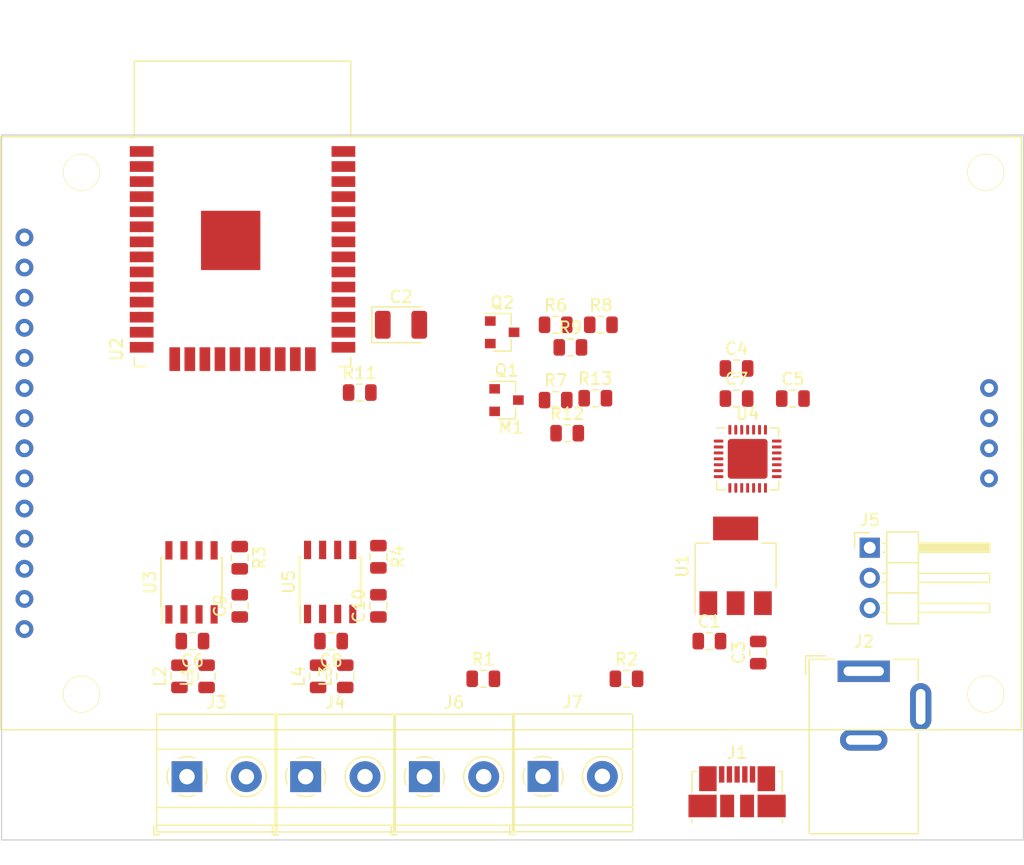
<source format=kicad_pcb>
(kicad_pcb (version 20171130) (host pcbnew "(5.1.0-0)")

  (general
    (thickness 1.6)
    (drawings 4)
    (tracks 0)
    (zones 0)
    (modules 40)
    (nets 78)
  )

  (page A4)
  (layers
    (0 F.Cu signal)
    (31 B.Cu signal)
    (32 B.Adhes user)
    (33 F.Adhes user)
    (34 B.Paste user)
    (35 F.Paste user)
    (36 B.SilkS user)
    (37 F.SilkS user)
    (38 B.Mask user)
    (39 F.Mask user)
    (40 Dwgs.User user)
    (41 Cmts.User user)
    (42 Eco1.User user)
    (43 Eco2.User user)
    (44 Edge.Cuts user)
    (45 Margin user)
    (46 B.CrtYd user)
    (47 F.CrtYd user)
    (48 B.Fab user)
    (49 F.Fab user)
  )

  (setup
    (last_trace_width 0.25)
    (trace_clearance 0.2)
    (zone_clearance 0.508)
    (zone_45_only no)
    (trace_min 0.2)
    (via_size 0.8)
    (via_drill 0.4)
    (via_min_size 0.4)
    (via_min_drill 0.3)
    (uvia_size 0.3)
    (uvia_drill 0.1)
    (uvias_allowed no)
    (uvia_min_size 0.2)
    (uvia_min_drill 0.1)
    (edge_width 0.05)
    (segment_width 0.2)
    (pcb_text_width 0.3)
    (pcb_text_size 1.5 1.5)
    (mod_edge_width 0.12)
    (mod_text_size 1 1)
    (mod_text_width 0.15)
    (pad_size 1.524 1.524)
    (pad_drill 0.762)
    (pad_to_mask_clearance 0.051)
    (solder_mask_min_width 0.25)
    (aux_axis_origin 0 0)
    (visible_elements FFFDEF7F)
    (pcbplotparams
      (layerselection 0x010fc_ffffffff)
      (usegerberextensions false)
      (usegerberattributes false)
      (usegerberadvancedattributes false)
      (creategerberjobfile false)
      (excludeedgelayer true)
      (linewidth 0.100000)
      (plotframeref false)
      (viasonmask false)
      (mode 1)
      (useauxorigin false)
      (hpglpennumber 1)
      (hpglpenspeed 20)
      (hpglpendiameter 15.000000)
      (psnegative false)
      (psa4output false)
      (plotreference true)
      (plotvalue true)
      (plotinvisibletext false)
      (padsonsilk false)
      (subtractmaskfromsilk false)
      (outputformat 1)
      (mirror false)
      (drillshape 1)
      (scaleselection 1)
      (outputdirectory ""))
  )

  (net 0 "")
  (net 1 GND)
  (net 2 VCC)
  (net 3 +3V3)
  (net 4 "Net-(C7-Pad1)")
  (net 5 "Net-(J1-Pad4)")
  (net 6 "Net-(J1-Pad3)")
  (net 7 "Net-(J1-Pad2)")
  (net 8 /RESET)
  (net 9 /RTS)
  (net 10 "Net-(Q1-Pad1)")
  (net 11 /IO0)
  (net 12 /DTR)
  (net 13 "Net-(Q2-Pad1)")
  (net 14 /RXD0)
  (net 15 "Net-(R11-Pad1)")
  (net 16 /MOSI)
  (net 17 /TXD0)
  (net 18 "Net-(U2-Pad32)")
  (net 19 /MISO)
  (net 20 /CS)
  (net 21 "Net-(U2-Pad24)")
  (net 22 "Net-(U2-Pad22)")
  (net 23 "Net-(U2-Pad21)")
  (net 24 "Net-(U2-Pad20)")
  (net 25 "Net-(U2-Pad19)")
  (net 26 "Net-(U2-Pad18)")
  (net 27 "Net-(U2-Pad17)")
  (net 28 "Net-(U2-Pad7)")
  (net 29 "Net-(U2-Pad6)")
  (net 30 "Net-(U2-Pad5)")
  (net 31 "Net-(U2-Pad4)")
  (net 32 "Net-(U4-Pad27)")
  (net 33 "Net-(U4-Pad23)")
  (net 34 "Net-(U4-Pad22)")
  (net 35 "Net-(U4-Pad21)")
  (net 36 "Net-(U4-Pad20)")
  (net 37 "Net-(U4-Pad19)")
  (net 38 "Net-(U4-Pad18)")
  (net 39 "Net-(U4-Pad17)")
  (net 40 "Net-(U4-Pad16)")
  (net 41 "Net-(U4-Pad15)")
  (net 42 "Net-(U4-Pad14)")
  (net 43 "Net-(U4-Pad13)")
  (net 44 "Net-(U4-Pad12)")
  (net 45 "Net-(U4-Pad11)")
  (net 46 "Net-(U4-Pad10)")
  (net 47 "Net-(U4-Pad9)")
  (net 48 "Net-(U4-Pad2)")
  (net 49 "Net-(U4-Pad1)")
  (net 50 "Net-(M1-Pad18)")
  (net 51 "Net-(M1-Pad17)")
  (net 52 "Net-(M1-Pad16)")
  (net 53 "Net-(M1-Pad15)")
  (net 54 /T_IRQ)
  (net 55 /BCKL)
  (net 56 /CLK)
  (net 57 /DC)
  (net 58 /DISP_RST)
  (net 59 "Net-(J3-Pad2)")
  (net 60 "Net-(J3-Pad1)")
  (net 61 "Net-(J4-Pad2)")
  (net 62 "Net-(J4-Pad1)")
  (net 63 /SERVO)
  (net 64 /REL_2)
  (net 65 /REL_1)
  (net 66 /CS_1)
  (net 67 /CS_0)
  (net 68 /V_MOSI)
  (net 69 /V_MISO)
  (net 70 /V_CLK)
  (net 71 /CS_3)
  (net 72 /CS_2)
  (net 73 /V_CK)
  (net 74 "Net-(C6-Pad1)")
  (net 75 "Net-(C6-Pad2)")
  (net 76 "Net-(C8-Pad1)")
  (net 77 "Net-(C8-Pad2)")

  (net_class Default "This is the default net class."
    (clearance 0.2)
    (trace_width 0.25)
    (via_dia 0.8)
    (via_drill 0.4)
    (uvia_dia 0.3)
    (uvia_drill 0.1)
    (add_net +3V3)
    (add_net /BCKL)
    (add_net /CLK)
    (add_net /CS)
    (add_net /CS_0)
    (add_net /CS_1)
    (add_net /CS_2)
    (add_net /CS_3)
    (add_net /DC)
    (add_net /DISP_RST)
    (add_net /DTR)
    (add_net /IO0)
    (add_net /MISO)
    (add_net /MOSI)
    (add_net /REL_1)
    (add_net /REL_2)
    (add_net /RESET)
    (add_net /RTS)
    (add_net /RXD0)
    (add_net /SERVO)
    (add_net /TXD0)
    (add_net /T_IRQ)
    (add_net /V_CK)
    (add_net /V_CLK)
    (add_net /V_MISO)
    (add_net /V_MOSI)
    (add_net GND)
    (add_net "Net-(C6-Pad1)")
    (add_net "Net-(C6-Pad2)")
    (add_net "Net-(C7-Pad1)")
    (add_net "Net-(C8-Pad1)")
    (add_net "Net-(C8-Pad2)")
    (add_net "Net-(J1-Pad2)")
    (add_net "Net-(J1-Pad3)")
    (add_net "Net-(J1-Pad4)")
    (add_net "Net-(J3-Pad1)")
    (add_net "Net-(J3-Pad2)")
    (add_net "Net-(J4-Pad1)")
    (add_net "Net-(J4-Pad2)")
    (add_net "Net-(M1-Pad15)")
    (add_net "Net-(M1-Pad16)")
    (add_net "Net-(M1-Pad17)")
    (add_net "Net-(M1-Pad18)")
    (add_net "Net-(Q1-Pad1)")
    (add_net "Net-(Q2-Pad1)")
    (add_net "Net-(R11-Pad1)")
    (add_net "Net-(U2-Pad17)")
    (add_net "Net-(U2-Pad18)")
    (add_net "Net-(U2-Pad19)")
    (add_net "Net-(U2-Pad20)")
    (add_net "Net-(U2-Pad21)")
    (add_net "Net-(U2-Pad22)")
    (add_net "Net-(U2-Pad24)")
    (add_net "Net-(U2-Pad32)")
    (add_net "Net-(U2-Pad4)")
    (add_net "Net-(U2-Pad5)")
    (add_net "Net-(U2-Pad6)")
    (add_net "Net-(U2-Pad7)")
    (add_net "Net-(U4-Pad1)")
    (add_net "Net-(U4-Pad10)")
    (add_net "Net-(U4-Pad11)")
    (add_net "Net-(U4-Pad12)")
    (add_net "Net-(U4-Pad13)")
    (add_net "Net-(U4-Pad14)")
    (add_net "Net-(U4-Pad15)")
    (add_net "Net-(U4-Pad16)")
    (add_net "Net-(U4-Pad17)")
    (add_net "Net-(U4-Pad18)")
    (add_net "Net-(U4-Pad19)")
    (add_net "Net-(U4-Pad2)")
    (add_net "Net-(U4-Pad20)")
    (add_net "Net-(U4-Pad21)")
    (add_net "Net-(U4-Pad22)")
    (add_net "Net-(U4-Pad23)")
    (add_net "Net-(U4-Pad27)")
    (add_net "Net-(U4-Pad9)")
    (add_net VCC)
  )

  (module Connector_PinHeader_2.54mm:PinHeader_1x03_P2.54mm_Horizontal (layer F.Cu) (tedit 59FED5CB) (tstamp 5F4AD78A)
    (at 176.53 109.22)
    (descr "Through hole angled pin header, 1x03, 2.54mm pitch, 6mm pin length, single row")
    (tags "Through hole angled pin header THT 1x03 2.54mm single row")
    (path /5F65681A)
    (fp_text reference J5 (at 0 -2.33) (layer F.SilkS)
      (effects (font (size 1 1) (thickness 0.15)))
    )
    (fp_text value Conn_01x03 (at 0 7.41) (layer F.Fab)
      (effects (font (size 1 1) (thickness 0.15)))
    )
    (fp_text user %R (at 0 2.54 90) (layer F.Fab)
      (effects (font (size 1 1) (thickness 0.15)))
    )
    (fp_line (start 10.55 -1.8) (end -1.8 -1.8) (layer F.CrtYd) (width 0.05))
    (fp_line (start 10.55 6.85) (end 10.55 -1.8) (layer F.CrtYd) (width 0.05))
    (fp_line (start -1.8 6.85) (end 10.55 6.85) (layer F.CrtYd) (width 0.05))
    (fp_line (start -1.8 -1.8) (end -1.8 6.85) (layer F.CrtYd) (width 0.05))
    (fp_line (start -1.27 -1.27) (end 0 -1.27) (layer F.SilkS) (width 0.12))
    (fp_line (start -1.27 0) (end -1.27 -1.27) (layer F.SilkS) (width 0.12))
    (fp_line (start 1.042929 5.46) (end 1.44 5.46) (layer F.SilkS) (width 0.12))
    (fp_line (start 1.042929 4.7) (end 1.44 4.7) (layer F.SilkS) (width 0.12))
    (fp_line (start 10.1 5.46) (end 4.1 5.46) (layer F.SilkS) (width 0.12))
    (fp_line (start 10.1 4.7) (end 10.1 5.46) (layer F.SilkS) (width 0.12))
    (fp_line (start 4.1 4.7) (end 10.1 4.7) (layer F.SilkS) (width 0.12))
    (fp_line (start 1.44 3.81) (end 4.1 3.81) (layer F.SilkS) (width 0.12))
    (fp_line (start 1.042929 2.92) (end 1.44 2.92) (layer F.SilkS) (width 0.12))
    (fp_line (start 1.042929 2.16) (end 1.44 2.16) (layer F.SilkS) (width 0.12))
    (fp_line (start 10.1 2.92) (end 4.1 2.92) (layer F.SilkS) (width 0.12))
    (fp_line (start 10.1 2.16) (end 10.1 2.92) (layer F.SilkS) (width 0.12))
    (fp_line (start 4.1 2.16) (end 10.1 2.16) (layer F.SilkS) (width 0.12))
    (fp_line (start 1.44 1.27) (end 4.1 1.27) (layer F.SilkS) (width 0.12))
    (fp_line (start 1.11 0.38) (end 1.44 0.38) (layer F.SilkS) (width 0.12))
    (fp_line (start 1.11 -0.38) (end 1.44 -0.38) (layer F.SilkS) (width 0.12))
    (fp_line (start 4.1 0.28) (end 10.1 0.28) (layer F.SilkS) (width 0.12))
    (fp_line (start 4.1 0.16) (end 10.1 0.16) (layer F.SilkS) (width 0.12))
    (fp_line (start 4.1 0.04) (end 10.1 0.04) (layer F.SilkS) (width 0.12))
    (fp_line (start 4.1 -0.08) (end 10.1 -0.08) (layer F.SilkS) (width 0.12))
    (fp_line (start 4.1 -0.2) (end 10.1 -0.2) (layer F.SilkS) (width 0.12))
    (fp_line (start 4.1 -0.32) (end 10.1 -0.32) (layer F.SilkS) (width 0.12))
    (fp_line (start 10.1 0.38) (end 4.1 0.38) (layer F.SilkS) (width 0.12))
    (fp_line (start 10.1 -0.38) (end 10.1 0.38) (layer F.SilkS) (width 0.12))
    (fp_line (start 4.1 -0.38) (end 10.1 -0.38) (layer F.SilkS) (width 0.12))
    (fp_line (start 4.1 -1.33) (end 1.44 -1.33) (layer F.SilkS) (width 0.12))
    (fp_line (start 4.1 6.41) (end 4.1 -1.33) (layer F.SilkS) (width 0.12))
    (fp_line (start 1.44 6.41) (end 4.1 6.41) (layer F.SilkS) (width 0.12))
    (fp_line (start 1.44 -1.33) (end 1.44 6.41) (layer F.SilkS) (width 0.12))
    (fp_line (start 4.04 5.4) (end 10.04 5.4) (layer F.Fab) (width 0.1))
    (fp_line (start 10.04 4.76) (end 10.04 5.4) (layer F.Fab) (width 0.1))
    (fp_line (start 4.04 4.76) (end 10.04 4.76) (layer F.Fab) (width 0.1))
    (fp_line (start -0.32 5.4) (end 1.5 5.4) (layer F.Fab) (width 0.1))
    (fp_line (start -0.32 4.76) (end -0.32 5.4) (layer F.Fab) (width 0.1))
    (fp_line (start -0.32 4.76) (end 1.5 4.76) (layer F.Fab) (width 0.1))
    (fp_line (start 4.04 2.86) (end 10.04 2.86) (layer F.Fab) (width 0.1))
    (fp_line (start 10.04 2.22) (end 10.04 2.86) (layer F.Fab) (width 0.1))
    (fp_line (start 4.04 2.22) (end 10.04 2.22) (layer F.Fab) (width 0.1))
    (fp_line (start -0.32 2.86) (end 1.5 2.86) (layer F.Fab) (width 0.1))
    (fp_line (start -0.32 2.22) (end -0.32 2.86) (layer F.Fab) (width 0.1))
    (fp_line (start -0.32 2.22) (end 1.5 2.22) (layer F.Fab) (width 0.1))
    (fp_line (start 4.04 0.32) (end 10.04 0.32) (layer F.Fab) (width 0.1))
    (fp_line (start 10.04 -0.32) (end 10.04 0.32) (layer F.Fab) (width 0.1))
    (fp_line (start 4.04 -0.32) (end 10.04 -0.32) (layer F.Fab) (width 0.1))
    (fp_line (start -0.32 0.32) (end 1.5 0.32) (layer F.Fab) (width 0.1))
    (fp_line (start -0.32 -0.32) (end -0.32 0.32) (layer F.Fab) (width 0.1))
    (fp_line (start -0.32 -0.32) (end 1.5 -0.32) (layer F.Fab) (width 0.1))
    (fp_line (start 1.5 -0.635) (end 2.135 -1.27) (layer F.Fab) (width 0.1))
    (fp_line (start 1.5 6.35) (end 1.5 -0.635) (layer F.Fab) (width 0.1))
    (fp_line (start 4.04 6.35) (end 1.5 6.35) (layer F.Fab) (width 0.1))
    (fp_line (start 4.04 -1.27) (end 4.04 6.35) (layer F.Fab) (width 0.1))
    (fp_line (start 2.135 -1.27) (end 4.04 -1.27) (layer F.Fab) (width 0.1))
    (pad 3 thru_hole oval (at 0 5.08) (size 1.7 1.7) (drill 1) (layers *.Cu *.Mask)
      (net 1 GND))
    (pad 2 thru_hole oval (at 0 2.54) (size 1.7 1.7) (drill 1) (layers *.Cu *.Mask)
      (net 2 VCC))
    (pad 1 thru_hole rect (at 0 0) (size 1.7 1.7) (drill 1) (layers *.Cu *.Mask)
      (net 63 /SERVO))
    (model ${KISYS3DMOD}/Connector_PinHeader_2.54mm.3dshapes/PinHeader_1x03_P2.54mm_Horizontal.wrl
      (at (xyz 0 0 0))
      (scale (xyz 1 1 1))
      (rotate (xyz 0 0 0))
    )
  )

  (module TerminalBlock_GTR:TerminalBlock_NINIGI_1x02_P5.00mm_Horizontal (layer F.Cu) (tedit 5F4BFE08) (tstamp 5F4AD7E2)
    (at 149 128.5)
    (descr "Terminal Block NINIGI, pitch 5mm")
    (path /5F7B4323)
    (fp_text reference J7 (at 2.5 -6.26) (layer F.SilkS)
      (effects (font (size 1 1) (thickness 0.15)))
    )
    (fp_text value Conn_01x02_Female (at 2.5 5.66) (layer F.Fab)
      (effects (font (size 1 1) (thickness 0.15)))
    )
    (fp_text user %R (at 2.5 3.2) (layer F.Fab)
      (effects (font (size 1 1) (thickness 0.15)))
    )
    (fp_line (start 8 -5.71) (end -3 -5.71) (layer F.CrtYd) (width 0.05))
    (fp_line (start 8 5.1) (end 8 -5.71) (layer F.CrtYd) (width 0.05))
    (fp_line (start -3 5.1) (end 8 5.1) (layer F.CrtYd) (width 0.05))
    (fp_line (start -3 -5.71) (end -3 5.1) (layer F.CrtYd) (width 0.05))
    (fp_line (start -2.8 4.9) (end -2.3 4.9) (layer F.SilkS) (width 0.12))
    (fp_line (start -2.8 4.16) (end -2.8 4.9) (layer F.SilkS) (width 0.12))
    (fp_line (start 3.773 1.023) (end 3.726 1.069) (layer F.SilkS) (width 0.12))
    (fp_line (start 6.07 -1.275) (end 6.035 -1.239) (layer F.SilkS) (width 0.12))
    (fp_line (start 3.966 1.239) (end 3.931 1.274) (layer F.SilkS) (width 0.12))
    (fp_line (start 6.275 -1.069) (end 6.228 -1.023) (layer F.SilkS) (width 0.12))
    (fp_line (start 5.955 -1.138) (end 3.863 0.955) (layer F.Fab) (width 0.1))
    (fp_line (start 6.138 -0.955) (end 4.046 1.138) (layer F.Fab) (width 0.1))
    (fp_line (start 0.955 -1.138) (end -1.138 0.955) (layer F.Fab) (width 0.1))
    (fp_line (start 1.138 -0.955) (end -0.955 1.138) (layer F.Fab) (width 0.1))
    (fp_line (start 7.56 -5.261) (end 7.56 4.66) (layer F.SilkS) (width 0.12))
    (fp_line (start -2.56 -5.261) (end -2.56 4.66) (layer F.SilkS) (width 0.12))
    (fp_line (start -2.56 4.66) (end 7.56 4.66) (layer F.SilkS) (width 0.12))
    (fp_line (start -2.56 -5.261) (end 7.56 -5.261) (layer F.SilkS) (width 0.12))
    (fp_line (start -2.56 -2.301) (end 7.56 -2.301) (layer F.SilkS) (width 0.12))
    (fp_line (start -2.5 -2.3) (end 7.5 -2.3) (layer F.Fab) (width 0.1))
    (fp_line (start -2.56 2.6) (end 7.56 2.6) (layer F.SilkS) (width 0.12))
    (fp_line (start -2.5 2.6) (end 7.5 2.6) (layer F.Fab) (width 0.1))
    (fp_line (start -2.56 4.1) (end 7.56 4.1) (layer F.SilkS) (width 0.12))
    (fp_line (start -2.5 4.1) (end 7.5 4.1) (layer F.Fab) (width 0.1))
    (fp_line (start -2.5 4.1) (end -2.5 -5.2) (layer F.Fab) (width 0.1))
    (fp_line (start -2 4.6) (end -2.5 4.1) (layer F.Fab) (width 0.1))
    (fp_line (start 7.5 4.6) (end -2 4.6) (layer F.Fab) (width 0.1))
    (fp_line (start 7.5 -5.2) (end 7.5 4.6) (layer F.Fab) (width 0.1))
    (fp_line (start -2.5 -5.2) (end 7.5 -5.2) (layer F.Fab) (width 0.1))
    (fp_circle (center 5 0) (end 6.68 0) (layer F.SilkS) (width 0.12))
    (fp_circle (center 5 0) (end 6.5 0) (layer F.Fab) (width 0.1))
    (fp_circle (center 0 0) (end 1.5 0) (layer F.Fab) (width 0.1))
    (fp_arc (start 0 0) (end -0.684 1.535) (angle -25) (layer F.SilkS) (width 0.12))
    (fp_arc (start 0 0) (end -1.535 -0.684) (angle -48) (layer F.SilkS) (width 0.12))
    (fp_arc (start 0 0) (end 0.684 -1.535) (angle -48) (layer F.SilkS) (width 0.12))
    (fp_arc (start 0 0) (end 1.535 0.684) (angle -48) (layer F.SilkS) (width 0.12))
    (fp_arc (start 0 0) (end 0 1.68) (angle -24) (layer F.SilkS) (width 0.12))
    (pad 2 thru_hole circle (at 5 0) (size 2.6 2.6) (drill 1.3) (layers *.Cu *.Mask)
      (net 1 GND))
    (pad 1 thru_hole rect (at 0 0) (size 2.6 2.6) (drill 1.3) (layers *.Cu *.Mask)
      (net 65 /REL_1))
    (model ${GTR_3DMOD}/TerminalBlock.3dshapes/TerminalBlock_NINIGI_1x02_P5.stp
      (offset (xyz 2.5 0 5))
      (scale (xyz 1 1 1))
      (rotate (xyz -90 0 0))
    )
  )

  (module TerminalBlock_GTR:TerminalBlock_NINIGI_1x02_P5.00mm_Horizontal (layer F.Cu) (tedit 5F4BFE08) (tstamp 5F4AD7B6)
    (at 139 128.524)
    (descr "Terminal Block NINIGI, pitch 5mm")
    (path /5F7B3DBC)
    (fp_text reference J6 (at 2.5 -6.26) (layer F.SilkS)
      (effects (font (size 1 1) (thickness 0.15)))
    )
    (fp_text value Conn_01x02_Female (at 2.5 5.66) (layer F.Fab)
      (effects (font (size 1 1) (thickness 0.15)))
    )
    (fp_text user %R (at 2.5 3.2) (layer F.Fab)
      (effects (font (size 1 1) (thickness 0.15)))
    )
    (fp_line (start 8 -5.71) (end -3 -5.71) (layer F.CrtYd) (width 0.05))
    (fp_line (start 8 5.1) (end 8 -5.71) (layer F.CrtYd) (width 0.05))
    (fp_line (start -3 5.1) (end 8 5.1) (layer F.CrtYd) (width 0.05))
    (fp_line (start -3 -5.71) (end -3 5.1) (layer F.CrtYd) (width 0.05))
    (fp_line (start -2.8 4.9) (end -2.3 4.9) (layer F.SilkS) (width 0.12))
    (fp_line (start -2.8 4.16) (end -2.8 4.9) (layer F.SilkS) (width 0.12))
    (fp_line (start 3.773 1.023) (end 3.726 1.069) (layer F.SilkS) (width 0.12))
    (fp_line (start 6.07 -1.275) (end 6.035 -1.239) (layer F.SilkS) (width 0.12))
    (fp_line (start 3.966 1.239) (end 3.931 1.274) (layer F.SilkS) (width 0.12))
    (fp_line (start 6.275 -1.069) (end 6.228 -1.023) (layer F.SilkS) (width 0.12))
    (fp_line (start 5.955 -1.138) (end 3.863 0.955) (layer F.Fab) (width 0.1))
    (fp_line (start 6.138 -0.955) (end 4.046 1.138) (layer F.Fab) (width 0.1))
    (fp_line (start 0.955 -1.138) (end -1.138 0.955) (layer F.Fab) (width 0.1))
    (fp_line (start 1.138 -0.955) (end -0.955 1.138) (layer F.Fab) (width 0.1))
    (fp_line (start 7.56 -5.261) (end 7.56 4.66) (layer F.SilkS) (width 0.12))
    (fp_line (start -2.56 -5.261) (end -2.56 4.66) (layer F.SilkS) (width 0.12))
    (fp_line (start -2.56 4.66) (end 7.56 4.66) (layer F.SilkS) (width 0.12))
    (fp_line (start -2.56 -5.261) (end 7.56 -5.261) (layer F.SilkS) (width 0.12))
    (fp_line (start -2.56 -2.301) (end 7.56 -2.301) (layer F.SilkS) (width 0.12))
    (fp_line (start -2.5 -2.3) (end 7.5 -2.3) (layer F.Fab) (width 0.1))
    (fp_line (start -2.56 2.6) (end 7.56 2.6) (layer F.SilkS) (width 0.12))
    (fp_line (start -2.5 2.6) (end 7.5 2.6) (layer F.Fab) (width 0.1))
    (fp_line (start -2.56 4.1) (end 7.56 4.1) (layer F.SilkS) (width 0.12))
    (fp_line (start -2.5 4.1) (end 7.5 4.1) (layer F.Fab) (width 0.1))
    (fp_line (start -2.5 4.1) (end -2.5 -5.2) (layer F.Fab) (width 0.1))
    (fp_line (start -2 4.6) (end -2.5 4.1) (layer F.Fab) (width 0.1))
    (fp_line (start 7.5 4.6) (end -2 4.6) (layer F.Fab) (width 0.1))
    (fp_line (start 7.5 -5.2) (end 7.5 4.6) (layer F.Fab) (width 0.1))
    (fp_line (start -2.5 -5.2) (end 7.5 -5.2) (layer F.Fab) (width 0.1))
    (fp_circle (center 5 0) (end 6.68 0) (layer F.SilkS) (width 0.12))
    (fp_circle (center 5 0) (end 6.5 0) (layer F.Fab) (width 0.1))
    (fp_circle (center 0 0) (end 1.5 0) (layer F.Fab) (width 0.1))
    (fp_arc (start 0 0) (end -0.684 1.535) (angle -25) (layer F.SilkS) (width 0.12))
    (fp_arc (start 0 0) (end -1.535 -0.684) (angle -48) (layer F.SilkS) (width 0.12))
    (fp_arc (start 0 0) (end 0.684 -1.535) (angle -48) (layer F.SilkS) (width 0.12))
    (fp_arc (start 0 0) (end 1.535 0.684) (angle -48) (layer F.SilkS) (width 0.12))
    (fp_arc (start 0 0) (end 0 1.68) (angle -24) (layer F.SilkS) (width 0.12))
    (pad 2 thru_hole circle (at 5 0) (size 2.6 2.6) (drill 1.3) (layers *.Cu *.Mask)
      (net 1 GND))
    (pad 1 thru_hole rect (at 0 0) (size 2.6 2.6) (drill 1.3) (layers *.Cu *.Mask)
      (net 64 /REL_2))
    (model ${GTR_3DMOD}/TerminalBlock.3dshapes/TerminalBlock_NINIGI_1x02_P5.stp
      (offset (xyz 2.5 0 5))
      (scale (xyz 1 1 1))
      (rotate (xyz -90 0 0))
    )
  )

  (module TerminalBlock_GTR:TerminalBlock_NINIGI_1x02_P5.00mm_Horizontal (layer F.Cu) (tedit 5F4BFE08) (tstamp 5F4AD773)
    (at 129 128.524)
    (descr "Terminal Block NINIGI, pitch 5mm")
    (path /5F55C9EA)
    (fp_text reference J4 (at 2.5 -6.26) (layer F.SilkS)
      (effects (font (size 1 1) (thickness 0.15)))
    )
    (fp_text value Conn_01x02_Female (at 2.5 5.66) (layer F.Fab)
      (effects (font (size 1 1) (thickness 0.15)))
    )
    (fp_text user %R (at 2.5 3.2) (layer F.Fab)
      (effects (font (size 1 1) (thickness 0.15)))
    )
    (fp_line (start 8 -5.71) (end -3 -5.71) (layer F.CrtYd) (width 0.05))
    (fp_line (start 8 5.1) (end 8 -5.71) (layer F.CrtYd) (width 0.05))
    (fp_line (start -3 5.1) (end 8 5.1) (layer F.CrtYd) (width 0.05))
    (fp_line (start -3 -5.71) (end -3 5.1) (layer F.CrtYd) (width 0.05))
    (fp_line (start -2.8 4.9) (end -2.3 4.9) (layer F.SilkS) (width 0.12))
    (fp_line (start -2.8 4.16) (end -2.8 4.9) (layer F.SilkS) (width 0.12))
    (fp_line (start 3.773 1.023) (end 3.726 1.069) (layer F.SilkS) (width 0.12))
    (fp_line (start 6.07 -1.275) (end 6.035 -1.239) (layer F.SilkS) (width 0.12))
    (fp_line (start 3.966 1.239) (end 3.931 1.274) (layer F.SilkS) (width 0.12))
    (fp_line (start 6.275 -1.069) (end 6.228 -1.023) (layer F.SilkS) (width 0.12))
    (fp_line (start 5.955 -1.138) (end 3.863 0.955) (layer F.Fab) (width 0.1))
    (fp_line (start 6.138 -0.955) (end 4.046 1.138) (layer F.Fab) (width 0.1))
    (fp_line (start 0.955 -1.138) (end -1.138 0.955) (layer F.Fab) (width 0.1))
    (fp_line (start 1.138 -0.955) (end -0.955 1.138) (layer F.Fab) (width 0.1))
    (fp_line (start 7.56 -5.261) (end 7.56 4.66) (layer F.SilkS) (width 0.12))
    (fp_line (start -2.56 -5.261) (end -2.56 4.66) (layer F.SilkS) (width 0.12))
    (fp_line (start -2.56 4.66) (end 7.56 4.66) (layer F.SilkS) (width 0.12))
    (fp_line (start -2.56 -5.261) (end 7.56 -5.261) (layer F.SilkS) (width 0.12))
    (fp_line (start -2.56 -2.301) (end 7.56 -2.301) (layer F.SilkS) (width 0.12))
    (fp_line (start -2.5 -2.3) (end 7.5 -2.3) (layer F.Fab) (width 0.1))
    (fp_line (start -2.56 2.6) (end 7.56 2.6) (layer F.SilkS) (width 0.12))
    (fp_line (start -2.5 2.6) (end 7.5 2.6) (layer F.Fab) (width 0.1))
    (fp_line (start -2.56 4.1) (end 7.56 4.1) (layer F.SilkS) (width 0.12))
    (fp_line (start -2.5 4.1) (end 7.5 4.1) (layer F.Fab) (width 0.1))
    (fp_line (start -2.5 4.1) (end -2.5 -5.2) (layer F.Fab) (width 0.1))
    (fp_line (start -2 4.6) (end -2.5 4.1) (layer F.Fab) (width 0.1))
    (fp_line (start 7.5 4.6) (end -2 4.6) (layer F.Fab) (width 0.1))
    (fp_line (start 7.5 -5.2) (end 7.5 4.6) (layer F.Fab) (width 0.1))
    (fp_line (start -2.5 -5.2) (end 7.5 -5.2) (layer F.Fab) (width 0.1))
    (fp_circle (center 5 0) (end 6.68 0) (layer F.SilkS) (width 0.12))
    (fp_circle (center 5 0) (end 6.5 0) (layer F.Fab) (width 0.1))
    (fp_circle (center 0 0) (end 1.5 0) (layer F.Fab) (width 0.1))
    (fp_arc (start 0 0) (end -0.684 1.535) (angle -25) (layer F.SilkS) (width 0.12))
    (fp_arc (start 0 0) (end -1.535 -0.684) (angle -48) (layer F.SilkS) (width 0.12))
    (fp_arc (start 0 0) (end 0.684 -1.535) (angle -48) (layer F.SilkS) (width 0.12))
    (fp_arc (start 0 0) (end 1.535 0.684) (angle -48) (layer F.SilkS) (width 0.12))
    (fp_arc (start 0 0) (end 0 1.68) (angle -24) (layer F.SilkS) (width 0.12))
    (pad 2 thru_hole circle (at 5 0) (size 2.6 2.6) (drill 1.3) (layers *.Cu *.Mask)
      (net 61 "Net-(J4-Pad2)"))
    (pad 1 thru_hole rect (at 0 0) (size 2.6 2.6) (drill 1.3) (layers *.Cu *.Mask)
      (net 62 "Net-(J4-Pad1)"))
    (model ${GTR_3DMOD}/TerminalBlock.3dshapes/TerminalBlock_NINIGI_1x02_P5.stp
      (offset (xyz 2.5 0 5))
      (scale (xyz 1 1 1))
      (rotate (xyz -90 0 0))
    )
  )

  (module TerminalBlock_GTR:TerminalBlock_NINIGI_1x02_P5.00mm_Horizontal (layer F.Cu) (tedit 5F4BFE08) (tstamp 5F4D6130)
    (at 119 128.524)
    (descr "Terminal Block NINIGI, pitch 5mm")
    (path /5EBA4B96)
    (fp_text reference J3 (at 2.5 -6.26) (layer F.SilkS)
      (effects (font (size 1 1) (thickness 0.15)))
    )
    (fp_text value Conn_01x02_Female (at 2.5 5.66) (layer F.Fab)
      (effects (font (size 1 1) (thickness 0.15)))
    )
    (fp_text user %R (at 2.5 3.2) (layer F.Fab)
      (effects (font (size 1 1) (thickness 0.15)))
    )
    (fp_line (start 8 -5.71) (end -3 -5.71) (layer F.CrtYd) (width 0.05))
    (fp_line (start 8 5.1) (end 8 -5.71) (layer F.CrtYd) (width 0.05))
    (fp_line (start -3 5.1) (end 8 5.1) (layer F.CrtYd) (width 0.05))
    (fp_line (start -3 -5.71) (end -3 5.1) (layer F.CrtYd) (width 0.05))
    (fp_line (start -2.8 4.9) (end -2.3 4.9) (layer F.SilkS) (width 0.12))
    (fp_line (start -2.8 4.16) (end -2.8 4.9) (layer F.SilkS) (width 0.12))
    (fp_line (start 3.773 1.023) (end 3.726 1.069) (layer F.SilkS) (width 0.12))
    (fp_line (start 6.07 -1.275) (end 6.035 -1.239) (layer F.SilkS) (width 0.12))
    (fp_line (start 3.966 1.239) (end 3.931 1.274) (layer F.SilkS) (width 0.12))
    (fp_line (start 6.275 -1.069) (end 6.228 -1.023) (layer F.SilkS) (width 0.12))
    (fp_line (start 5.955 -1.138) (end 3.863 0.955) (layer F.Fab) (width 0.1))
    (fp_line (start 6.138 -0.955) (end 4.046 1.138) (layer F.Fab) (width 0.1))
    (fp_line (start 0.955 -1.138) (end -1.138 0.955) (layer F.Fab) (width 0.1))
    (fp_line (start 1.138 -0.955) (end -0.955 1.138) (layer F.Fab) (width 0.1))
    (fp_line (start 7.56 -5.261) (end 7.56 4.66) (layer F.SilkS) (width 0.12))
    (fp_line (start -2.56 -5.261) (end -2.56 4.66) (layer F.SilkS) (width 0.12))
    (fp_line (start -2.56 4.66) (end 7.56 4.66) (layer F.SilkS) (width 0.12))
    (fp_line (start -2.56 -5.261) (end 7.56 -5.261) (layer F.SilkS) (width 0.12))
    (fp_line (start -2.56 -2.301) (end 7.56 -2.301) (layer F.SilkS) (width 0.12))
    (fp_line (start -2.5 -2.3) (end 7.5 -2.3) (layer F.Fab) (width 0.1))
    (fp_line (start -2.56 2.6) (end 7.56 2.6) (layer F.SilkS) (width 0.12))
    (fp_line (start -2.5 2.6) (end 7.5 2.6) (layer F.Fab) (width 0.1))
    (fp_line (start -2.56 4.1) (end 7.56 4.1) (layer F.SilkS) (width 0.12))
    (fp_line (start -2.5 4.1) (end 7.5 4.1) (layer F.Fab) (width 0.1))
    (fp_line (start -2.5 4.1) (end -2.5 -5.2) (layer F.Fab) (width 0.1))
    (fp_line (start -2 4.6) (end -2.5 4.1) (layer F.Fab) (width 0.1))
    (fp_line (start 7.5 4.6) (end -2 4.6) (layer F.Fab) (width 0.1))
    (fp_line (start 7.5 -5.2) (end 7.5 4.6) (layer F.Fab) (width 0.1))
    (fp_line (start -2.5 -5.2) (end 7.5 -5.2) (layer F.Fab) (width 0.1))
    (fp_circle (center 5 0) (end 6.68 0) (layer F.SilkS) (width 0.12))
    (fp_circle (center 5 0) (end 6.5 0) (layer F.Fab) (width 0.1))
    (fp_circle (center 0 0) (end 1.5 0) (layer F.Fab) (width 0.1))
    (fp_arc (start 0 0) (end -0.684 1.535) (angle -25) (layer F.SilkS) (width 0.12))
    (fp_arc (start 0 0) (end -1.535 -0.684) (angle -48) (layer F.SilkS) (width 0.12))
    (fp_arc (start 0 0) (end 0.684 -1.535) (angle -48) (layer F.SilkS) (width 0.12))
    (fp_arc (start 0 0) (end 1.535 0.684) (angle -48) (layer F.SilkS) (width 0.12))
    (fp_arc (start 0 0) (end 0 1.68) (angle -24) (layer F.SilkS) (width 0.12))
    (pad 2 thru_hole circle (at 5 0) (size 2.6 2.6) (drill 1.3) (layers *.Cu *.Mask)
      (net 59 "Net-(J3-Pad2)"))
    (pad 1 thru_hole rect (at 0 0) (size 2.6 2.6) (drill 1.3) (layers *.Cu *.Mask)
      (net 60 "Net-(J3-Pad1)"))
    (model ${GTR_3DMOD}/TerminalBlock.3dshapes/TerminalBlock_NINIGI_1x02_P5.stp
      (offset (xyz 2.5 0 5))
      (scale (xyz 1 1 1))
      (rotate (xyz -90 0 0))
    )
  )

  (module Connector_BarrelJack:BarrelJack_Wuerth_6941xx301002 (layer F.Cu) (tedit 5F4BEE24) (tstamp 5F4D48AB)
    (at 176.022 119.634)
    (descr "Wuerth electronics barrel jack connector (5.5mm outher diameter, inner diameter 2.05mm or 2.55mm depending on exact order number), See: http://katalog.we-online.de/em/datasheet/6941xx301002.pdf")
    (tags "connector barrel jack")
    (path /5F75480F)
    (fp_text reference J2 (at 0 -2.5) (layer F.SilkS)
      (effects (font (size 1 1) (thickness 0.15)))
    )
    (fp_text value Jack-DC (at 0 15.5) (layer F.Fab)
      (effects (font (size 1 1) (thickness 0.15)))
    )
    (fp_line (start -4.6 -1) (end -2.5 -1) (layer F.SilkS) (width 0.12))
    (fp_line (start 6.2 0.5) (end 5 0.5) (layer F.CrtYd) (width 0.05))
    (fp_line (start 6.2 5.5) (end 5 5.5) (layer F.CrtYd) (width 0.05))
    (fp_line (start 6.2 0.5) (end 6.2 5.5) (layer F.CrtYd) (width 0.05))
    (fp_line (start 5 0.5) (end 5 -1.4) (layer F.CrtYd) (width 0.05))
    (fp_line (start -5 14.1) (end 5 14.1) (layer F.CrtYd) (width 0.05))
    (fp_line (start -5 -1.4) (end -5 14.1) (layer F.CrtYd) (width 0.05))
    (fp_line (start 5 -1.4) (end -5 -1.4) (layer F.CrtYd) (width 0.05))
    (fp_line (start -4.9 -1.3) (end -4.9 0.3) (layer F.SilkS) (width 0.12))
    (fp_line (start -3.2 -1.3) (end -4.9 -1.3) (layer F.SilkS) (width 0.12))
    (fp_line (start 4.6 -1) (end 4.6 0.8) (layer F.SilkS) (width 0.12))
    (fp_line (start 2.5 -1) (end 4.6 -1) (layer F.SilkS) (width 0.12))
    (fp_line (start -4.6 13.7) (end -4.6 -1) (layer F.SilkS) (width 0.12))
    (fp_line (start 4.6 13.7) (end -4.6 13.7) (layer F.SilkS) (width 0.12))
    (fp_text user %R (at 0 7.5) (layer F.Fab)
      (effects (font (size 1 1) (thickness 0.15)))
    )
    (fp_line (start -4.5 13.6) (end -4.5 0.1) (layer F.Fab) (width 0.1))
    (fp_line (start 4.5 13.6) (end -4.5 13.6) (layer F.Fab) (width 0.1))
    (fp_line (start 4.5 -0.9) (end 4.5 13.6) (layer F.Fab) (width 0.1))
    (fp_line (start 4.5 -0.9) (end -3.5 -0.9) (layer F.Fab) (width 0.1))
    (fp_line (start -4.5 0.1) (end -3.5 -0.9) (layer F.Fab) (width 0.1))
    (fp_line (start 4.6 5.2) (end 4.6 13.7) (layer F.SilkS) (width 0.12))
    (fp_line (start 5 14.1) (end 5 5.5) (layer F.CrtYd) (width 0.05))
    (pad 1 thru_hole rect (at 0 0) (size 4.4 1.8) (drill oval 3.4 0.8) (layers *.Cu *.Mask)
      (net 2 VCC))
    (pad 2 thru_hole oval (at 0 5.8) (size 4 1.8) (drill oval 3 0.8) (layers *.Cu *.Mask)
      (net 1 GND))
    (pad 3 thru_hole oval (at 4.8 3 90) (size 4 1.8) (drill oval 3 0.8) (layers *.Cu *.Mask))
    (model ${KISYS3DMOD}/Connector_BarrelJack.3dshapes/BarrelJack_Wuerth_6941xx301002.wrl
      (at (xyz 0 0 0))
      (scale (xyz 1 1 1))
      (rotate (xyz 0 0 0))
    )
    (model "${KISYS3DMOD}/microinnova.3dshapes/694106301002 (rev1).stp"
      (offset (xyz 0 -10 5))
      (scale (xyz 1 1 1))
      (rotate (xyz 0 0 0))
    )
    (model "${GTR_3DMOD}/Connector_BarrelJack.3dshapes/694106301002 (rev1).stp"
      (offset (xyz 0 -10 5.4))
      (scale (xyz 1 1 1))
      (rotate (xyz 0 0 0))
    )
  )

  (module Module_GTR:2.8_TFT_SPI_240x320_v1.2 (layer F.Cu) (tedit 5F4BD48F) (tstamp 5F4D4E26)
    (at 146.304 99.568 180)
    (path /5E497538)
    (fp_text reference M1 (at 0 0.5 180) (layer F.SilkS)
      (effects (font (size 1 1) (thickness 0.15)))
    )
    (fp_text value 2.8_TFT_SPI_240x320_V1.2 (at 0 -0.5 180) (layer F.Fab)
      (effects (font (size 1 1) (thickness 0.15)))
    )
    (fp_circle (center 36.2 22) (end 37.7 22) (layer F.SilkS) (width 0.12))
    (fp_circle (center 36.2 -22) (end 37.7 -22) (layer F.SilkS) (width 0.12))
    (fp_circle (center -40 22) (end -40 20.5) (layer F.SilkS) (width 0.12))
    (fp_line (start -43 0) (end -43 -25) (layer F.SilkS) (width 0.12))
    (fp_line (start -43 -25) (end 43 -25) (layer F.SilkS) (width 0.12))
    (fp_line (start 43 -25) (end 43 25) (layer F.SilkS) (width 0.12))
    (fp_line (start 43 25) (end -43 25) (layer F.SilkS) (width 0.12))
    (fp_line (start -43 25) (end -43 0) (layer F.SilkS) (width 0.12))
    (fp_circle (center -40 -22) (end -38.5 -22) (layer F.SilkS) (width 0.12))
    (pad 18 thru_hole circle (at -40.28 -3.81 180) (size 1.5 1.5) (drill 0.8) (layers *.Cu *.Mask)
      (net 50 "Net-(M1-Pad18)"))
    (pad 17 thru_hole circle (at -40.28 -1.27 180) (size 1.5 1.5) (drill 0.8) (layers *.Cu *.Mask)
      (net 51 "Net-(M1-Pad17)"))
    (pad 16 thru_hole circle (at -40.28 1.27 180) (size 1.5 1.5) (drill 0.8) (layers *.Cu *.Mask)
      (net 52 "Net-(M1-Pad16)"))
    (pad 15 thru_hole circle (at -40.28 3.81 180) (size 1.5 1.5) (drill 0.8) (layers *.Cu *.Mask)
      (net 53 "Net-(M1-Pad15)"))
    (pad 14 thru_hole circle (at 41 -16.51 180) (size 1.5 1.5) (drill 0.8) (layers *.Cu *.Mask)
      (net 54 /T_IRQ))
    (pad 13 thru_hole circle (at 41 -13.97 180) (size 1.5 1.5) (drill 0.8) (layers *.Cu *.Mask)
      (net 19 /MISO))
    (pad 12 thru_hole circle (at 41 -11.43 180) (size 1.5 1.5) (drill 0.8) (layers *.Cu *.Mask)
      (net 16 /MOSI))
    (pad 11 thru_hole circle (at 41 -8.89 180) (size 1.5 1.5) (drill 0.8) (layers *.Cu *.Mask)
      (net 66 /CS_1))
    (pad 10 thru_hole circle (at 41 -6.35 180) (size 1.5 1.5) (drill 0.8) (layers *.Cu *.Mask)
      (net 56 /CLK))
    (pad 9 thru_hole circle (at 41 -3.81 180) (size 1.5 1.5) (drill 0.8) (layers *.Cu *.Mask)
      (net 19 /MISO))
    (pad 8 thru_hole circle (at 41 -1.27 180) (size 1.5 1.5) (drill 0.8) (layers *.Cu *.Mask)
      (net 55 /BCKL))
    (pad 7 thru_hole circle (at 41 1.27 180) (size 1.5 1.5) (drill 0.8) (layers *.Cu *.Mask)
      (net 56 /CLK))
    (pad 6 thru_hole circle (at 41 3.81 180) (size 1.5 1.5) (drill 0.8) (layers *.Cu *.Mask)
      (net 16 /MOSI))
    (pad 5 thru_hole circle (at 41 6.35 180) (size 1.5 1.5) (drill 0.8) (layers *.Cu *.Mask)
      (net 57 /DC))
    (pad 4 thru_hole circle (at 41 8.89 180) (size 1.5 1.5) (drill 0.8) (layers *.Cu *.Mask)
      (net 58 /DISP_RST))
    (pad 3 thru_hole circle (at 41 11.43 180) (size 1.5 1.5) (drill 0.8) (layers *.Cu *.Mask)
      (net 67 /CS_0))
    (pad 2 thru_hole circle (at 41 13.97 180) (size 1.5 1.5) (drill 0.8) (layers *.Cu *.Mask)
      (net 1 GND))
    (pad 1 thru_hole circle (at 41 16.51 180) (size 1.5 1.5) (drill 0.8) (layers *.Cu *.Mask)
      (net 2 VCC))
    (pad "" np_thru_hole circle (at -40 -22 180) (size 3 3) (drill 3) (layers *.Cu *.Mask))
    (pad "" np_thru_hole circle (at -40 22 180) (size 3 3) (drill 3) (layers *.Cu *.Mask))
    (pad "" np_thru_hole circle (at 36.2 22 180) (size 3 3) (drill 3) (layers *.Cu *.Mask))
    (pad "" np_thru_hole circle (at 36.2 -22 180) (size 3 3) (drill 3) (layers *.Cu *.Mask))
    (model ${GTR_3DMOD}/Module.3dshapes/2.8_TFT_SPI_240x320_v1.2.step
      (offset (xyz 0 0 12))
      (scale (xyz 1 1 1))
      (rotate (xyz 0 0 0))
    )
  )

  (module Resistor_SMD:R_0805_2012Metric (layer F.Cu) (tedit 5B36C52B) (tstamp 5F4BBEC2)
    (at 135.128 109.982 270)
    (descr "Resistor SMD 0805 (2012 Metric), square (rectangular) end terminal, IPC_7351 nominal, (Body size source: https://docs.google.com/spreadsheets/d/1BsfQQcO9C6DZCsRaXUlFlo91Tg2WpOkGARC1WS5S8t0/edit?usp=sharing), generated with kicad-footprint-generator")
    (tags resistor)
    (path /5F55C9CF)
    (attr smd)
    (fp_text reference R4 (at 0 -1.65 270) (layer F.SilkS)
      (effects (font (size 1 1) (thickness 0.15)))
    )
    (fp_text value R (at 0 1.65 270) (layer F.Fab)
      (effects (font (size 1 1) (thickness 0.15)))
    )
    (fp_text user %R (at 0.67 0.04 270) (layer F.Fab)
      (effects (font (size 0.5 0.5) (thickness 0.08)))
    )
    (fp_line (start 1.68 0.95) (end -1.68 0.95) (layer F.CrtYd) (width 0.05))
    (fp_line (start 1.68 -0.95) (end 1.68 0.95) (layer F.CrtYd) (width 0.05))
    (fp_line (start -1.68 -0.95) (end 1.68 -0.95) (layer F.CrtYd) (width 0.05))
    (fp_line (start -1.68 0.95) (end -1.68 -0.95) (layer F.CrtYd) (width 0.05))
    (fp_line (start -0.258578 0.71) (end 0.258578 0.71) (layer F.SilkS) (width 0.12))
    (fp_line (start -0.258578 -0.71) (end 0.258578 -0.71) (layer F.SilkS) (width 0.12))
    (fp_line (start 1 0.6) (end -1 0.6) (layer F.Fab) (width 0.1))
    (fp_line (start 1 -0.6) (end 1 0.6) (layer F.Fab) (width 0.1))
    (fp_line (start -1 -0.6) (end 1 -0.6) (layer F.Fab) (width 0.1))
    (fp_line (start -1 0.6) (end -1 -0.6) (layer F.Fab) (width 0.1))
    (pad 2 smd roundrect (at 0.9375 0 270) (size 0.975 1.4) (layers F.Cu F.Paste F.Mask) (roundrect_rratio 0.25)
      (net 71 /CS_3))
    (pad 1 smd roundrect (at -0.9375 0 270) (size 0.975 1.4) (layers F.Cu F.Paste F.Mask) (roundrect_rratio 0.25)
      (net 3 +3V3))
    (model ${KISYS3DMOD}/Resistor_SMD.3dshapes/R_0805_2012Metric.wrl
      (at (xyz 0 0 0))
      (scale (xyz 1 1 1))
      (rotate (xyz 0 0 0))
    )
  )

  (module Resistor_SMD:R_0805_2012Metric (layer F.Cu) (tedit 5B36C52B) (tstamp 5F4BBEB1)
    (at 123.444 110.0605 270)
    (descr "Resistor SMD 0805 (2012 Metric), square (rectangular) end terminal, IPC_7351 nominal, (Body size source: https://docs.google.com/spreadsheets/d/1BsfQQcO9C6DZCsRaXUlFlo91Tg2WpOkGARC1WS5S8t0/edit?usp=sharing), generated with kicad-footprint-generator")
    (tags resistor)
    (path /5EB64212)
    (attr smd)
    (fp_text reference R3 (at 0 -1.65 270) (layer F.SilkS)
      (effects (font (size 1 1) (thickness 0.15)))
    )
    (fp_text value R (at 0 1.65 270) (layer F.Fab)
      (effects (font (size 1 1) (thickness 0.15)))
    )
    (fp_text user %R (at 0 0 270) (layer F.Fab)
      (effects (font (size 0.5 0.5) (thickness 0.08)))
    )
    (fp_line (start 1.68 0.95) (end -1.68 0.95) (layer F.CrtYd) (width 0.05))
    (fp_line (start 1.68 -0.95) (end 1.68 0.95) (layer F.CrtYd) (width 0.05))
    (fp_line (start -1.68 -0.95) (end 1.68 -0.95) (layer F.CrtYd) (width 0.05))
    (fp_line (start -1.68 0.95) (end -1.68 -0.95) (layer F.CrtYd) (width 0.05))
    (fp_line (start -0.258578 0.71) (end 0.258578 0.71) (layer F.SilkS) (width 0.12))
    (fp_line (start -0.258578 -0.71) (end 0.258578 -0.71) (layer F.SilkS) (width 0.12))
    (fp_line (start 1 0.6) (end -1 0.6) (layer F.Fab) (width 0.1))
    (fp_line (start 1 -0.6) (end 1 0.6) (layer F.Fab) (width 0.1))
    (fp_line (start -1 -0.6) (end 1 -0.6) (layer F.Fab) (width 0.1))
    (fp_line (start -1 0.6) (end -1 -0.6) (layer F.Fab) (width 0.1))
    (pad 2 smd roundrect (at 0.9375 0 270) (size 0.975 1.4) (layers F.Cu F.Paste F.Mask) (roundrect_rratio 0.25)
      (net 72 /CS_2))
    (pad 1 smd roundrect (at -0.9375 0 270) (size 0.975 1.4) (layers F.Cu F.Paste F.Mask) (roundrect_rratio 0.25)
      (net 3 +3V3))
    (model ${KISYS3DMOD}/Resistor_SMD.3dshapes/R_0805_2012Metric.wrl
      (at (xyz 0 0 0))
      (scale (xyz 1 1 1))
      (rotate (xyz 0 0 0))
    )
  )

  (module Resistor_SMD:R_0805_2012Metric (layer F.Cu) (tedit 5B36C52B) (tstamp 5F4BBEA0)
    (at 156.0345 120.269)
    (descr "Resistor SMD 0805 (2012 Metric), square (rectangular) end terminal, IPC_7351 nominal, (Body size source: https://docs.google.com/spreadsheets/d/1BsfQQcO9C6DZCsRaXUlFlo91Tg2WpOkGARC1WS5S8t0/edit?usp=sharing), generated with kicad-footprint-generator")
    (tags resistor)
    (path /5F6FBAFF)
    (attr smd)
    (fp_text reference R2 (at 0 -1.65) (layer F.SilkS)
      (effects (font (size 1 1) (thickness 0.15)))
    )
    (fp_text value R (at 0 1.65) (layer F.Fab)
      (effects (font (size 1 1) (thickness 0.15)))
    )
    (fp_text user %R (at 0 0) (layer F.Fab)
      (effects (font (size 0.5 0.5) (thickness 0.08)))
    )
    (fp_line (start 1.68 0.95) (end -1.68 0.95) (layer F.CrtYd) (width 0.05))
    (fp_line (start 1.68 -0.95) (end 1.68 0.95) (layer F.CrtYd) (width 0.05))
    (fp_line (start -1.68 -0.95) (end 1.68 -0.95) (layer F.CrtYd) (width 0.05))
    (fp_line (start -1.68 0.95) (end -1.68 -0.95) (layer F.CrtYd) (width 0.05))
    (fp_line (start -0.258578 0.71) (end 0.258578 0.71) (layer F.SilkS) (width 0.12))
    (fp_line (start -0.258578 -0.71) (end 0.258578 -0.71) (layer F.SilkS) (width 0.12))
    (fp_line (start 1 0.6) (end -1 0.6) (layer F.Fab) (width 0.1))
    (fp_line (start 1 -0.6) (end 1 0.6) (layer F.Fab) (width 0.1))
    (fp_line (start -1 -0.6) (end 1 -0.6) (layer F.Fab) (width 0.1))
    (fp_line (start -1 0.6) (end -1 -0.6) (layer F.Fab) (width 0.1))
    (pad 2 smd roundrect (at 0.9375 0) (size 0.975 1.4) (layers F.Cu F.Paste F.Mask) (roundrect_rratio 0.25)
      (net 1 GND))
    (pad 1 smd roundrect (at -0.9375 0) (size 0.975 1.4) (layers F.Cu F.Paste F.Mask) (roundrect_rratio 0.25)
      (net 65 /REL_1))
    (model ${KISYS3DMOD}/Resistor_SMD.3dshapes/R_0805_2012Metric.wrl
      (at (xyz 0 0 0))
      (scale (xyz 1 1 1))
      (rotate (xyz 0 0 0))
    )
  )

  (module Resistor_SMD:R_0805_2012Metric (layer F.Cu) (tedit 5B36C52B) (tstamp 5F4BBE8F)
    (at 143.9695 120.269)
    (descr "Resistor SMD 0805 (2012 Metric), square (rectangular) end terminal, IPC_7351 nominal, (Body size source: https://docs.google.com/spreadsheets/d/1BsfQQcO9C6DZCsRaXUlFlo91Tg2WpOkGARC1WS5S8t0/edit?usp=sharing), generated with kicad-footprint-generator")
    (tags resistor)
    (path /5F70785A)
    (attr smd)
    (fp_text reference R1 (at 0 -1.65) (layer F.SilkS)
      (effects (font (size 1 1) (thickness 0.15)))
    )
    (fp_text value R (at 0 1.65) (layer F.Fab)
      (effects (font (size 1 1) (thickness 0.15)))
    )
    (fp_text user %R (at 0 0) (layer F.Fab)
      (effects (font (size 0.5 0.5) (thickness 0.08)))
    )
    (fp_line (start 1.68 0.95) (end -1.68 0.95) (layer F.CrtYd) (width 0.05))
    (fp_line (start 1.68 -0.95) (end 1.68 0.95) (layer F.CrtYd) (width 0.05))
    (fp_line (start -1.68 -0.95) (end 1.68 -0.95) (layer F.CrtYd) (width 0.05))
    (fp_line (start -1.68 0.95) (end -1.68 -0.95) (layer F.CrtYd) (width 0.05))
    (fp_line (start -0.258578 0.71) (end 0.258578 0.71) (layer F.SilkS) (width 0.12))
    (fp_line (start -0.258578 -0.71) (end 0.258578 -0.71) (layer F.SilkS) (width 0.12))
    (fp_line (start 1 0.6) (end -1 0.6) (layer F.Fab) (width 0.1))
    (fp_line (start 1 -0.6) (end 1 0.6) (layer F.Fab) (width 0.1))
    (fp_line (start -1 -0.6) (end 1 -0.6) (layer F.Fab) (width 0.1))
    (fp_line (start -1 0.6) (end -1 -0.6) (layer F.Fab) (width 0.1))
    (pad 2 smd roundrect (at 0.9375 0) (size 0.975 1.4) (layers F.Cu F.Paste F.Mask) (roundrect_rratio 0.25)
      (net 1 GND))
    (pad 1 smd roundrect (at -0.9375 0) (size 0.975 1.4) (layers F.Cu F.Paste F.Mask) (roundrect_rratio 0.25)
      (net 64 /REL_2))
    (model ${KISYS3DMOD}/Resistor_SMD.3dshapes/R_0805_2012Metric.wrl
      (at (xyz 0 0 0))
      (scale (xyz 1 1 1))
      (rotate (xyz 0 0 0))
    )
  )

  (module Inductor_SMD:L_0805_2012Metric (layer F.Cu) (tedit 5B36C52B) (tstamp 5F4BBDEA)
    (at 130.048 120.0635 90)
    (descr "Inductor SMD 0805 (2012 Metric), square (rectangular) end terminal, IPC_7351 nominal, (Body size source: https://docs.google.com/spreadsheets/d/1BsfQQcO9C6DZCsRaXUlFlo91Tg2WpOkGARC1WS5S8t0/edit?usp=sharing), generated with kicad-footprint-generator")
    (tags inductor)
    (path /5F55C9AF)
    (attr smd)
    (fp_text reference L4 (at 0 -1.65 90) (layer F.SilkS)
      (effects (font (size 1 1) (thickness 0.15)))
    )
    (fp_text value L_Small (at 0 1.65 90) (layer F.Fab)
      (effects (font (size 1 1) (thickness 0.15)))
    )
    (fp_text user %R (at 0 0 90) (layer F.Fab)
      (effects (font (size 0.5 0.5) (thickness 0.08)))
    )
    (fp_line (start 1.68 0.95) (end -1.68 0.95) (layer F.CrtYd) (width 0.05))
    (fp_line (start 1.68 -0.95) (end 1.68 0.95) (layer F.CrtYd) (width 0.05))
    (fp_line (start -1.68 -0.95) (end 1.68 -0.95) (layer F.CrtYd) (width 0.05))
    (fp_line (start -1.68 0.95) (end -1.68 -0.95) (layer F.CrtYd) (width 0.05))
    (fp_line (start -0.258578 0.71) (end 0.258578 0.71) (layer F.SilkS) (width 0.12))
    (fp_line (start -0.258578 -0.71) (end 0.258578 -0.71) (layer F.SilkS) (width 0.12))
    (fp_line (start 1 0.6) (end -1 0.6) (layer F.Fab) (width 0.1))
    (fp_line (start 1 -0.6) (end 1 0.6) (layer F.Fab) (width 0.1))
    (fp_line (start -1 -0.6) (end 1 -0.6) (layer F.Fab) (width 0.1))
    (fp_line (start -1 0.6) (end -1 -0.6) (layer F.Fab) (width 0.1))
    (pad 2 smd roundrect (at 0.9375 0 90) (size 0.975 1.4) (layers F.Cu F.Paste F.Mask) (roundrect_rratio 0.25)
      (net 77 "Net-(C8-Pad2)"))
    (pad 1 smd roundrect (at -0.9375 0 90) (size 0.975 1.4) (layers F.Cu F.Paste F.Mask) (roundrect_rratio 0.25)
      (net 62 "Net-(J4-Pad1)"))
    (model ${KISYS3DMOD}/Inductor_SMD.3dshapes/L_0805_2012Metric.wrl
      (at (xyz 0 0 0))
      (scale (xyz 1 1 1))
      (rotate (xyz 0 0 0))
    )
  )

  (module Inductor_SMD:L_0805_2012Metric (layer F.Cu) (tedit 5B36C52B) (tstamp 5F4BE27F)
    (at 132.334 120.0635 90)
    (descr "Inductor SMD 0805 (2012 Metric), square (rectangular) end terminal, IPC_7351 nominal, (Body size source: https://docs.google.com/spreadsheets/d/1BsfQQcO9C6DZCsRaXUlFlo91Tg2WpOkGARC1WS5S8t0/edit?usp=sharing), generated with kicad-footprint-generator")
    (tags inductor)
    (path /5F55C9A9)
    (attr smd)
    (fp_text reference L3 (at 0 -1.65 90) (layer F.SilkS)
      (effects (font (size 1 1) (thickness 0.15)))
    )
    (fp_text value L_Small (at 0 1.65 90) (layer F.Fab)
      (effects (font (size 1 1) (thickness 0.15)))
    )
    (fp_text user %R (at 0 0 90) (layer F.Fab)
      (effects (font (size 0.5 0.5) (thickness 0.08)))
    )
    (fp_line (start 1.68 0.95) (end -1.68 0.95) (layer F.CrtYd) (width 0.05))
    (fp_line (start 1.68 -0.95) (end 1.68 0.95) (layer F.CrtYd) (width 0.05))
    (fp_line (start -1.68 -0.95) (end 1.68 -0.95) (layer F.CrtYd) (width 0.05))
    (fp_line (start -1.68 0.95) (end -1.68 -0.95) (layer F.CrtYd) (width 0.05))
    (fp_line (start -0.258578 0.71) (end 0.258578 0.71) (layer F.SilkS) (width 0.12))
    (fp_line (start -0.258578 -0.71) (end 0.258578 -0.71) (layer F.SilkS) (width 0.12))
    (fp_line (start 1 0.6) (end -1 0.6) (layer F.Fab) (width 0.1))
    (fp_line (start 1 -0.6) (end 1 0.6) (layer F.Fab) (width 0.1))
    (fp_line (start -1 -0.6) (end 1 -0.6) (layer F.Fab) (width 0.1))
    (fp_line (start -1 0.6) (end -1 -0.6) (layer F.Fab) (width 0.1))
    (pad 2 smd roundrect (at 0.9375 0 90) (size 0.975 1.4) (layers F.Cu F.Paste F.Mask) (roundrect_rratio 0.25)
      (net 76 "Net-(C8-Pad1)"))
    (pad 1 smd roundrect (at -0.9375 0 90) (size 0.975 1.4) (layers F.Cu F.Paste F.Mask) (roundrect_rratio 0.25)
      (net 61 "Net-(J4-Pad2)"))
    (model ${KISYS3DMOD}/Inductor_SMD.3dshapes/L_0805_2012Metric.wrl
      (at (xyz 0 0 0))
      (scale (xyz 1 1 1))
      (rotate (xyz 0 0 0))
    )
  )

  (module Inductor_SMD:L_0805_2012Metric (layer F.Cu) (tedit 5B36C52B) (tstamp 5F4BBDC8)
    (at 118.364 120.0635 90)
    (descr "Inductor SMD 0805 (2012 Metric), square (rectangular) end terminal, IPC_7351 nominal, (Body size source: https://docs.google.com/spreadsheets/d/1BsfQQcO9C6DZCsRaXUlFlo91Tg2WpOkGARC1WS5S8t0/edit?usp=sharing), generated with kicad-footprint-generator")
    (tags inductor)
    (path /5EB32E0D)
    (attr smd)
    (fp_text reference L2 (at 0 -1.65 90) (layer F.SilkS)
      (effects (font (size 1 1) (thickness 0.15)))
    )
    (fp_text value L_Small (at 0 1.65 90) (layer F.Fab)
      (effects (font (size 1 1) (thickness 0.15)))
    )
    (fp_text user %R (at 0 0 90) (layer F.Fab)
      (effects (font (size 0.5 0.5) (thickness 0.08)))
    )
    (fp_line (start 1.68 0.95) (end -1.68 0.95) (layer F.CrtYd) (width 0.05))
    (fp_line (start 1.68 -0.95) (end 1.68 0.95) (layer F.CrtYd) (width 0.05))
    (fp_line (start -1.68 -0.95) (end 1.68 -0.95) (layer F.CrtYd) (width 0.05))
    (fp_line (start -1.68 0.95) (end -1.68 -0.95) (layer F.CrtYd) (width 0.05))
    (fp_line (start -0.258578 0.71) (end 0.258578 0.71) (layer F.SilkS) (width 0.12))
    (fp_line (start -0.258578 -0.71) (end 0.258578 -0.71) (layer F.SilkS) (width 0.12))
    (fp_line (start 1 0.6) (end -1 0.6) (layer F.Fab) (width 0.1))
    (fp_line (start 1 -0.6) (end 1 0.6) (layer F.Fab) (width 0.1))
    (fp_line (start -1 -0.6) (end 1 -0.6) (layer F.Fab) (width 0.1))
    (fp_line (start -1 0.6) (end -1 -0.6) (layer F.Fab) (width 0.1))
    (pad 2 smd roundrect (at 0.9375 0 90) (size 0.975 1.4) (layers F.Cu F.Paste F.Mask) (roundrect_rratio 0.25)
      (net 75 "Net-(C6-Pad2)"))
    (pad 1 smd roundrect (at -0.9375 0 90) (size 0.975 1.4) (layers F.Cu F.Paste F.Mask) (roundrect_rratio 0.25)
      (net 60 "Net-(J3-Pad1)"))
    (model ${KISYS3DMOD}/Inductor_SMD.3dshapes/L_0805_2012Metric.wrl
      (at (xyz 0 0 0))
      (scale (xyz 1 1 1))
      (rotate (xyz 0 0 0))
    )
  )

  (module Inductor_SMD:L_0805_2012Metric (layer F.Cu) (tedit 5B36C52B) (tstamp 5F4BBDB7)
    (at 120.65 120.0635 90)
    (descr "Inductor SMD 0805 (2012 Metric), square (rectangular) end terminal, IPC_7351 nominal, (Body size source: https://docs.google.com/spreadsheets/d/1BsfQQcO9C6DZCsRaXUlFlo91Tg2WpOkGARC1WS5S8t0/edit?usp=sharing), generated with kicad-footprint-generator")
    (tags inductor)
    (path /5EB3297B)
    (attr smd)
    (fp_text reference L1 (at 0 -1.65 90) (layer F.SilkS)
      (effects (font (size 1 1) (thickness 0.15)))
    )
    (fp_text value L_Small (at 0 1.65 90) (layer F.Fab)
      (effects (font (size 1 1) (thickness 0.15)))
    )
    (fp_text user %R (at 0 0 90) (layer F.Fab)
      (effects (font (size 0.5 0.5) (thickness 0.08)))
    )
    (fp_line (start 1.68 0.95) (end -1.68 0.95) (layer F.CrtYd) (width 0.05))
    (fp_line (start 1.68 -0.95) (end 1.68 0.95) (layer F.CrtYd) (width 0.05))
    (fp_line (start -1.68 -0.95) (end 1.68 -0.95) (layer F.CrtYd) (width 0.05))
    (fp_line (start -1.68 0.95) (end -1.68 -0.95) (layer F.CrtYd) (width 0.05))
    (fp_line (start -0.258578 0.71) (end 0.258578 0.71) (layer F.SilkS) (width 0.12))
    (fp_line (start -0.258578 -0.71) (end 0.258578 -0.71) (layer F.SilkS) (width 0.12))
    (fp_line (start 1 0.6) (end -1 0.6) (layer F.Fab) (width 0.1))
    (fp_line (start 1 -0.6) (end 1 0.6) (layer F.Fab) (width 0.1))
    (fp_line (start -1 -0.6) (end 1 -0.6) (layer F.Fab) (width 0.1))
    (fp_line (start -1 0.6) (end -1 -0.6) (layer F.Fab) (width 0.1))
    (pad 2 smd roundrect (at 0.9375 0 90) (size 0.975 1.4) (layers F.Cu F.Paste F.Mask) (roundrect_rratio 0.25)
      (net 74 "Net-(C6-Pad1)"))
    (pad 1 smd roundrect (at -0.9375 0 90) (size 0.975 1.4) (layers F.Cu F.Paste F.Mask) (roundrect_rratio 0.25)
      (net 59 "Net-(J3-Pad2)"))
    (model ${KISYS3DMOD}/Inductor_SMD.3dshapes/L_0805_2012Metric.wrl
      (at (xyz 0 0 0))
      (scale (xyz 1 1 1))
      (rotate (xyz 0 0 0))
    )
  )

  (module Capacitor_SMD:C_0805_2012Metric (layer F.Cu) (tedit 5B36C52B) (tstamp 5F4BBBC1)
    (at 135.128 114.1245 90)
    (descr "Capacitor SMD 0805 (2012 Metric), square (rectangular) end terminal, IPC_7351 nominal, (Body size source: https://docs.google.com/spreadsheets/d/1BsfQQcO9C6DZCsRaXUlFlo91Tg2WpOkGARC1WS5S8t0/edit?usp=sharing), generated with kicad-footprint-generator")
    (tags capacitor)
    (path /5F55C9BB)
    (attr smd)
    (fp_text reference C10 (at 0 -1.65 90) (layer F.SilkS)
      (effects (font (size 1 1) (thickness 0.15)))
    )
    (fp_text value C_Small (at 0 1.65 90) (layer F.Fab)
      (effects (font (size 1 1) (thickness 0.15)))
    )
    (fp_text user %R (at 0 0 90) (layer F.Fab)
      (effects (font (size 0.5 0.5) (thickness 0.08)))
    )
    (fp_line (start 1.68 0.95) (end -1.68 0.95) (layer F.CrtYd) (width 0.05))
    (fp_line (start 1.68 -0.95) (end 1.68 0.95) (layer F.CrtYd) (width 0.05))
    (fp_line (start -1.68 -0.95) (end 1.68 -0.95) (layer F.CrtYd) (width 0.05))
    (fp_line (start -1.68 0.95) (end -1.68 -0.95) (layer F.CrtYd) (width 0.05))
    (fp_line (start -0.258578 0.71) (end 0.258578 0.71) (layer F.SilkS) (width 0.12))
    (fp_line (start -0.258578 -0.71) (end 0.258578 -0.71) (layer F.SilkS) (width 0.12))
    (fp_line (start 1 0.6) (end -1 0.6) (layer F.Fab) (width 0.1))
    (fp_line (start 1 -0.6) (end 1 0.6) (layer F.Fab) (width 0.1))
    (fp_line (start -1 -0.6) (end 1 -0.6) (layer F.Fab) (width 0.1))
    (fp_line (start -1 0.6) (end -1 -0.6) (layer F.Fab) (width 0.1))
    (pad 2 smd roundrect (at 0.9375 0 90) (size 0.975 1.4) (layers F.Cu F.Paste F.Mask) (roundrect_rratio 0.25)
      (net 1 GND))
    (pad 1 smd roundrect (at -0.9375 0 90) (size 0.975 1.4) (layers F.Cu F.Paste F.Mask) (roundrect_rratio 0.25)
      (net 3 +3V3))
    (model ${KISYS3DMOD}/Capacitor_SMD.3dshapes/C_0805_2012Metric.wrl
      (at (xyz 0 0 0))
      (scale (xyz 1 1 1))
      (rotate (xyz 0 0 0))
    )
  )

  (module Capacitor_SMD:C_0805_2012Metric (layer F.Cu) (tedit 5B36C52B) (tstamp 5F4BBBB0)
    (at 123.444 114.1245 90)
    (descr "Capacitor SMD 0805 (2012 Metric), square (rectangular) end terminal, IPC_7351 nominal, (Body size source: https://docs.google.com/spreadsheets/d/1BsfQQcO9C6DZCsRaXUlFlo91Tg2WpOkGARC1WS5S8t0/edit?usp=sharing), generated with kicad-footprint-generator")
    (tags capacitor)
    (path /5EB512DA)
    (attr smd)
    (fp_text reference C9 (at 0 -1.65 90) (layer F.SilkS)
      (effects (font (size 1 1) (thickness 0.15)))
    )
    (fp_text value C_Small (at 0 1.65 90) (layer F.Fab)
      (effects (font (size 1 1) (thickness 0.15)))
    )
    (fp_text user %R (at 0 0 90) (layer F.Fab)
      (effects (font (size 0.5 0.5) (thickness 0.08)))
    )
    (fp_line (start 1.68 0.95) (end -1.68 0.95) (layer F.CrtYd) (width 0.05))
    (fp_line (start 1.68 -0.95) (end 1.68 0.95) (layer F.CrtYd) (width 0.05))
    (fp_line (start -1.68 -0.95) (end 1.68 -0.95) (layer F.CrtYd) (width 0.05))
    (fp_line (start -1.68 0.95) (end -1.68 -0.95) (layer F.CrtYd) (width 0.05))
    (fp_line (start -0.258578 0.71) (end 0.258578 0.71) (layer F.SilkS) (width 0.12))
    (fp_line (start -0.258578 -0.71) (end 0.258578 -0.71) (layer F.SilkS) (width 0.12))
    (fp_line (start 1 0.6) (end -1 0.6) (layer F.Fab) (width 0.1))
    (fp_line (start 1 -0.6) (end 1 0.6) (layer F.Fab) (width 0.1))
    (fp_line (start -1 -0.6) (end 1 -0.6) (layer F.Fab) (width 0.1))
    (fp_line (start -1 0.6) (end -1 -0.6) (layer F.Fab) (width 0.1))
    (pad 2 smd roundrect (at 0.9375 0 90) (size 0.975 1.4) (layers F.Cu F.Paste F.Mask) (roundrect_rratio 0.25)
      (net 1 GND))
    (pad 1 smd roundrect (at -0.9375 0 90) (size 0.975 1.4) (layers F.Cu F.Paste F.Mask) (roundrect_rratio 0.25)
      (net 3 +3V3))
    (model ${KISYS3DMOD}/Capacitor_SMD.3dshapes/C_0805_2012Metric.wrl
      (at (xyz 0 0 0))
      (scale (xyz 1 1 1))
      (rotate (xyz 0 0 0))
    )
  )

  (module Capacitor_SMD:C_0805_2012Metric (layer F.Cu) (tedit 5B36C52B) (tstamp 5F4BBB9F)
    (at 131.1425 117.094 180)
    (descr "Capacitor SMD 0805 (2012 Metric), square (rectangular) end terminal, IPC_7351 nominal, (Body size source: https://docs.google.com/spreadsheets/d/1BsfQQcO9C6DZCsRaXUlFlo91Tg2WpOkGARC1WS5S8t0/edit?usp=sharing), generated with kicad-footprint-generator")
    (tags capacitor)
    (path /5F55C9A3)
    (attr smd)
    (fp_text reference C8 (at 0 -1.65 180) (layer F.SilkS)
      (effects (font (size 1 1) (thickness 0.15)))
    )
    (fp_text value C_Small (at 0 1.65 180) (layer F.Fab)
      (effects (font (size 1 1) (thickness 0.15)))
    )
    (fp_text user %R (at 0 0 180) (layer F.Fab)
      (effects (font (size 0.5 0.5) (thickness 0.08)))
    )
    (fp_line (start 1.68 0.95) (end -1.68 0.95) (layer F.CrtYd) (width 0.05))
    (fp_line (start 1.68 -0.95) (end 1.68 0.95) (layer F.CrtYd) (width 0.05))
    (fp_line (start -1.68 -0.95) (end 1.68 -0.95) (layer F.CrtYd) (width 0.05))
    (fp_line (start -1.68 0.95) (end -1.68 -0.95) (layer F.CrtYd) (width 0.05))
    (fp_line (start -0.258578 0.71) (end 0.258578 0.71) (layer F.SilkS) (width 0.12))
    (fp_line (start -0.258578 -0.71) (end 0.258578 -0.71) (layer F.SilkS) (width 0.12))
    (fp_line (start 1 0.6) (end -1 0.6) (layer F.Fab) (width 0.1))
    (fp_line (start 1 -0.6) (end 1 0.6) (layer F.Fab) (width 0.1))
    (fp_line (start -1 -0.6) (end 1 -0.6) (layer F.Fab) (width 0.1))
    (fp_line (start -1 0.6) (end -1 -0.6) (layer F.Fab) (width 0.1))
    (pad 2 smd roundrect (at 0.9375 0 180) (size 0.975 1.4) (layers F.Cu F.Paste F.Mask) (roundrect_rratio 0.25)
      (net 77 "Net-(C8-Pad2)"))
    (pad 1 smd roundrect (at -0.9375 0 180) (size 0.975 1.4) (layers F.Cu F.Paste F.Mask) (roundrect_rratio 0.25)
      (net 76 "Net-(C8-Pad1)"))
    (model ${KISYS3DMOD}/Capacitor_SMD.3dshapes/C_0805_2012Metric.wrl
      (at (xyz 0 0 0))
      (scale (xyz 1 1 1))
      (rotate (xyz 0 0 0))
    )
  )

  (module Capacitor_SMD:C_0805_2012Metric (layer F.Cu) (tedit 5B36C52B) (tstamp 5F4BBB6E)
    (at 119.4585 117.094 180)
    (descr "Capacitor SMD 0805 (2012 Metric), square (rectangular) end terminal, IPC_7351 nominal, (Body size source: https://docs.google.com/spreadsheets/d/1BsfQQcO9C6DZCsRaXUlFlo91Tg2WpOkGARC1WS5S8t0/edit?usp=sharing), generated with kicad-footprint-generator")
    (tags capacitor)
    (path /5EB31683)
    (attr smd)
    (fp_text reference C6 (at 0 -1.65 180) (layer F.SilkS)
      (effects (font (size 1 1) (thickness 0.15)))
    )
    (fp_text value C_Small (at 0 1.65 180) (layer F.Fab)
      (effects (font (size 1 1) (thickness 0.15)))
    )
    (fp_text user %R (at 1.27 -0.635 180) (layer F.Fab)
      (effects (font (size 0.5 0.5) (thickness 0.08)))
    )
    (fp_line (start 1.68 0.95) (end -1.68 0.95) (layer F.CrtYd) (width 0.05))
    (fp_line (start 1.68 -0.95) (end 1.68 0.95) (layer F.CrtYd) (width 0.05))
    (fp_line (start -1.68 -0.95) (end 1.68 -0.95) (layer F.CrtYd) (width 0.05))
    (fp_line (start -1.68 0.95) (end -1.68 -0.95) (layer F.CrtYd) (width 0.05))
    (fp_line (start -0.258578 0.71) (end 0.258578 0.71) (layer F.SilkS) (width 0.12))
    (fp_line (start -0.258578 -0.71) (end 0.258578 -0.71) (layer F.SilkS) (width 0.12))
    (fp_line (start 1 0.6) (end -1 0.6) (layer F.Fab) (width 0.1))
    (fp_line (start 1 -0.6) (end 1 0.6) (layer F.Fab) (width 0.1))
    (fp_line (start -1 -0.6) (end 1 -0.6) (layer F.Fab) (width 0.1))
    (fp_line (start -1 0.6) (end -1 -0.6) (layer F.Fab) (width 0.1))
    (pad 2 smd roundrect (at 0.9375 0 180) (size 0.975 1.4) (layers F.Cu F.Paste F.Mask) (roundrect_rratio 0.25)
      (net 75 "Net-(C6-Pad2)"))
    (pad 1 smd roundrect (at -0.9375 0 180) (size 0.975 1.4) (layers F.Cu F.Paste F.Mask) (roundrect_rratio 0.25)
      (net 74 "Net-(C6-Pad1)"))
    (model ${KISYS3DMOD}/Capacitor_SMD.3dshapes/C_0805_2012Metric.wrl
      (at (xyz 0 0 0))
      (scale (xyz 1 1 1))
      (rotate (xyz 0 0 0))
    )
  )

  (module Package_SO:SOIC-8_3.9x4.9mm_P1.27mm (layer F.Cu) (tedit 5A02F2D3) (tstamp 5F4ADB0A)
    (at 131.064 112.108 90)
    (descr "8-Lead Plastic Small Outline (SN) - Narrow, 3.90 mm Body [SOIC] (see Microchip Packaging Specification http://ww1.microchip.com/downloads/en/PackagingSpec/00000049BQ.pdf)")
    (tags "SOIC 1.27")
    (path /5F55C991)
    (attr smd)
    (fp_text reference U5 (at 0 -3.5 90) (layer F.SilkS)
      (effects (font (size 1 1) (thickness 0.15)))
    )
    (fp_text value MAX31855KASA (at 0 3.5 90) (layer F.Fab)
      (effects (font (size 1 1) (thickness 0.15)))
    )
    (fp_line (start -2.075 -2.525) (end -3.475 -2.525) (layer F.SilkS) (width 0.15))
    (fp_line (start -2.075 2.575) (end 2.075 2.575) (layer F.SilkS) (width 0.15))
    (fp_line (start -2.075 -2.575) (end 2.075 -2.575) (layer F.SilkS) (width 0.15))
    (fp_line (start -2.075 2.575) (end -2.075 2.43) (layer F.SilkS) (width 0.15))
    (fp_line (start 2.075 2.575) (end 2.075 2.43) (layer F.SilkS) (width 0.15))
    (fp_line (start 2.075 -2.575) (end 2.075 -2.43) (layer F.SilkS) (width 0.15))
    (fp_line (start -2.075 -2.575) (end -2.075 -2.525) (layer F.SilkS) (width 0.15))
    (fp_line (start -3.73 2.7) (end 3.73 2.7) (layer F.CrtYd) (width 0.05))
    (fp_line (start -3.73 -2.7) (end 3.73 -2.7) (layer F.CrtYd) (width 0.05))
    (fp_line (start 3.73 -2.7) (end 3.73 2.7) (layer F.CrtYd) (width 0.05))
    (fp_line (start -3.73 -2.7) (end -3.73 2.7) (layer F.CrtYd) (width 0.05))
    (fp_line (start -1.95 -1.45) (end -0.95 -2.45) (layer F.Fab) (width 0.1))
    (fp_line (start -1.95 2.45) (end -1.95 -1.45) (layer F.Fab) (width 0.1))
    (fp_line (start 1.95 2.45) (end -1.95 2.45) (layer F.Fab) (width 0.1))
    (fp_line (start 1.95 -2.45) (end 1.95 2.45) (layer F.Fab) (width 0.1))
    (fp_line (start -0.95 -2.45) (end 1.95 -2.45) (layer F.Fab) (width 0.1))
    (fp_text user %R (at 0 0 90) (layer F.Fab)
      (effects (font (size 1 1) (thickness 0.15)))
    )
    (pad 8 smd rect (at 2.7 -1.905 90) (size 1.55 0.6) (layers F.Cu F.Paste F.Mask))
    (pad 7 smd rect (at 2.7 -0.635 90) (size 1.55 0.6) (layers F.Cu F.Paste F.Mask)
      (net 69 /V_MISO))
    (pad 6 smd rect (at 2.7 0.635 90) (size 1.55 0.6) (layers F.Cu F.Paste F.Mask)
      (net 71 /CS_3))
    (pad 5 smd rect (at 2.7 1.905 90) (size 1.55 0.6) (layers F.Cu F.Paste F.Mask)
      (net 73 /V_CK))
    (pad 4 smd rect (at -2.7 1.905 90) (size 1.55 0.6) (layers F.Cu F.Paste F.Mask)
      (net 3 +3V3))
    (pad 3 smd rect (at -2.7 0.635 90) (size 1.55 0.6) (layers F.Cu F.Paste F.Mask)
      (net 76 "Net-(C8-Pad1)"))
    (pad 2 smd rect (at -2.7 -0.635 90) (size 1.55 0.6) (layers F.Cu F.Paste F.Mask)
      (net 77 "Net-(C8-Pad2)"))
    (pad 1 smd rect (at -2.7 -1.905 90) (size 1.55 0.6) (layers F.Cu F.Paste F.Mask)
      (net 1 GND))
    (model ${KISYS3DMOD}/Package_SO.3dshapes/SOIC-8_3.9x4.9mm_P1.27mm.wrl
      (at (xyz 0 0 0))
      (scale (xyz 1 1 1))
      (rotate (xyz 0 0 0))
    )
  )

  (module Package_SO:SOIC-8_3.9x4.9mm_P1.27mm (layer F.Cu) (tedit 5A02F2D3) (tstamp 5F4ADA79)
    (at 119.38 112.141 90)
    (descr "8-Lead Plastic Small Outline (SN) - Narrow, 3.90 mm Body [SOIC] (see Microchip Packaging Specification http://ww1.microchip.com/downloads/en/PackagingSpec/00000049BQ.pdf)")
    (tags "SOIC 1.27")
    (path /5E4F6FA6)
    (attr smd)
    (fp_text reference U3 (at 0 -3.5 90) (layer F.SilkS)
      (effects (font (size 1 1) (thickness 0.15)))
    )
    (fp_text value MAX31855KASA (at 0 3.5 90) (layer F.Fab)
      (effects (font (size 1 1) (thickness 0.15)))
    )
    (fp_line (start -2.075 -2.525) (end -3.475 -2.525) (layer F.SilkS) (width 0.15))
    (fp_line (start -2.075 2.575) (end 2.075 2.575) (layer F.SilkS) (width 0.15))
    (fp_line (start -2.075 -2.575) (end 2.075 -2.575) (layer F.SilkS) (width 0.15))
    (fp_line (start -2.075 2.575) (end -2.075 2.43) (layer F.SilkS) (width 0.15))
    (fp_line (start 2.075 2.575) (end 2.075 2.43) (layer F.SilkS) (width 0.15))
    (fp_line (start 2.075 -2.575) (end 2.075 -2.43) (layer F.SilkS) (width 0.15))
    (fp_line (start -2.075 -2.575) (end -2.075 -2.525) (layer F.SilkS) (width 0.15))
    (fp_line (start -3.73 2.7) (end 3.73 2.7) (layer F.CrtYd) (width 0.05))
    (fp_line (start -3.73 -2.7) (end 3.73 -2.7) (layer F.CrtYd) (width 0.05))
    (fp_line (start 3.73 -2.7) (end 3.73 2.7) (layer F.CrtYd) (width 0.05))
    (fp_line (start -3.73 -2.7) (end -3.73 2.7) (layer F.CrtYd) (width 0.05))
    (fp_line (start -1.95 -1.45) (end -0.95 -2.45) (layer F.Fab) (width 0.1))
    (fp_line (start -1.95 2.45) (end -1.95 -1.45) (layer F.Fab) (width 0.1))
    (fp_line (start 1.95 2.45) (end -1.95 2.45) (layer F.Fab) (width 0.1))
    (fp_line (start 1.95 -2.45) (end 1.95 2.45) (layer F.Fab) (width 0.1))
    (fp_line (start -0.95 -2.45) (end 1.95 -2.45) (layer F.Fab) (width 0.1))
    (fp_text user %R (at 0 0 90) (layer F.Fab)
      (effects (font (size 1 1) (thickness 0.15)))
    )
    (pad 8 smd rect (at 2.7 -1.905 90) (size 1.55 0.6) (layers F.Cu F.Paste F.Mask))
    (pad 7 smd rect (at 2.7 -0.635 90) (size 1.55 0.6) (layers F.Cu F.Paste F.Mask)
      (net 69 /V_MISO))
    (pad 6 smd rect (at 2.7 0.635 90) (size 1.55 0.6) (layers F.Cu F.Paste F.Mask)
      (net 72 /CS_2))
    (pad 5 smd rect (at 2.7 1.905 90) (size 1.55 0.6) (layers F.Cu F.Paste F.Mask)
      (net 73 /V_CK))
    (pad 4 smd rect (at -2.7 1.905 90) (size 1.55 0.6) (layers F.Cu F.Paste F.Mask)
      (net 3 +3V3))
    (pad 3 smd rect (at -2.7 0.635 90) (size 1.55 0.6) (layers F.Cu F.Paste F.Mask)
      (net 74 "Net-(C6-Pad1)"))
    (pad 2 smd rect (at -2.7 -0.635 90) (size 1.55 0.6) (layers F.Cu F.Paste F.Mask)
      (net 75 "Net-(C6-Pad2)"))
    (pad 1 smd rect (at -2.7 -1.905 90) (size 1.55 0.6) (layers F.Cu F.Paste F.Mask)
      (net 1 GND))
    (model ${KISYS3DMOD}/Package_SO.3dshapes/SOIC-8_3.9x4.9mm_P1.27mm.wrl
      (at (xyz 0 0 0))
      (scale (xyz 1 1 1))
      (rotate (xyz 0 0 0))
    )
  )

  (module Package_DFN_QFN:QFN-28-1EP_5x5mm_P0.5mm_EP3.35x3.35mm (layer F.Cu) (tedit 5C1FD453) (tstamp 5E4692F0)
    (at 166.243 101.727)
    (descr "QFN, 28 Pin (http://ww1.microchip.com/downloads/en/PackagingSpec/00000049BQ.pdf#page=283), generated with kicad-footprint-generator ipc_dfn_qfn_generator.py")
    (tags "QFN DFN_QFN")
    (path /5CE254A4)
    (attr smd)
    (fp_text reference U4 (at 0 -3.8) (layer F.SilkS)
      (effects (font (size 1 1) (thickness 0.15)))
    )
    (fp_text value CP2102N-A01-GQFN28 (at 0 3.8) (layer F.Fab)
      (effects (font (size 1 1) (thickness 0.15)))
    )
    (fp_text user %R (at 0 0) (layer F.Fab)
      (effects (font (size 1 1) (thickness 0.15)))
    )
    (fp_line (start 3.1 -3.1) (end -3.1 -3.1) (layer F.CrtYd) (width 0.05))
    (fp_line (start 3.1 3.1) (end 3.1 -3.1) (layer F.CrtYd) (width 0.05))
    (fp_line (start -3.1 3.1) (end 3.1 3.1) (layer F.CrtYd) (width 0.05))
    (fp_line (start -3.1 -3.1) (end -3.1 3.1) (layer F.CrtYd) (width 0.05))
    (fp_line (start -2.5 -1.5) (end -1.5 -2.5) (layer F.Fab) (width 0.1))
    (fp_line (start -2.5 2.5) (end -2.5 -1.5) (layer F.Fab) (width 0.1))
    (fp_line (start 2.5 2.5) (end -2.5 2.5) (layer F.Fab) (width 0.1))
    (fp_line (start 2.5 -2.5) (end 2.5 2.5) (layer F.Fab) (width 0.1))
    (fp_line (start -1.5 -2.5) (end 2.5 -2.5) (layer F.Fab) (width 0.1))
    (fp_line (start -1.885 -2.61) (end -2.61 -2.61) (layer F.SilkS) (width 0.12))
    (fp_line (start 2.61 2.61) (end 2.61 1.885) (layer F.SilkS) (width 0.12))
    (fp_line (start 1.885 2.61) (end 2.61 2.61) (layer F.SilkS) (width 0.12))
    (fp_line (start -2.61 2.61) (end -2.61 1.885) (layer F.SilkS) (width 0.12))
    (fp_line (start -1.885 2.61) (end -2.61 2.61) (layer F.SilkS) (width 0.12))
    (fp_line (start 2.61 -2.61) (end 2.61 -1.885) (layer F.SilkS) (width 0.12))
    (fp_line (start 1.885 -2.61) (end 2.61 -2.61) (layer F.SilkS) (width 0.12))
    (pad 28 smd roundrect (at -1.5 -2.45) (size 0.25 0.8) (layers F.Cu F.Paste F.Mask) (roundrect_rratio 0.25)
      (net 12 /DTR))
    (pad 27 smd roundrect (at -1 -2.45) (size 0.25 0.8) (layers F.Cu F.Paste F.Mask) (roundrect_rratio 0.25)
      (net 32 "Net-(U4-Pad27)"))
    (pad 26 smd roundrect (at -0.5 -2.45) (size 0.25 0.8) (layers F.Cu F.Paste F.Mask) (roundrect_rratio 0.25)
      (net 15 "Net-(R11-Pad1)"))
    (pad 25 smd roundrect (at 0 -2.45) (size 0.25 0.8) (layers F.Cu F.Paste F.Mask) (roundrect_rratio 0.25)
      (net 17 /TXD0))
    (pad 24 smd roundrect (at 0.5 -2.45) (size 0.25 0.8) (layers F.Cu F.Paste F.Mask) (roundrect_rratio 0.25)
      (net 9 /RTS))
    (pad 23 smd roundrect (at 1 -2.45) (size 0.25 0.8) (layers F.Cu F.Paste F.Mask) (roundrect_rratio 0.25)
      (net 33 "Net-(U4-Pad23)"))
    (pad 22 smd roundrect (at 1.5 -2.45) (size 0.25 0.8) (layers F.Cu F.Paste F.Mask) (roundrect_rratio 0.25)
      (net 34 "Net-(U4-Pad22)"))
    (pad 21 smd roundrect (at 2.45 -1.5) (size 0.8 0.25) (layers F.Cu F.Paste F.Mask) (roundrect_rratio 0.25)
      (net 35 "Net-(U4-Pad21)"))
    (pad 20 smd roundrect (at 2.45 -1) (size 0.8 0.25) (layers F.Cu F.Paste F.Mask) (roundrect_rratio 0.25)
      (net 36 "Net-(U4-Pad20)"))
    (pad 19 smd roundrect (at 2.45 -0.5) (size 0.8 0.25) (layers F.Cu F.Paste F.Mask) (roundrect_rratio 0.25)
      (net 37 "Net-(U4-Pad19)"))
    (pad 18 smd roundrect (at 2.45 0) (size 0.8 0.25) (layers F.Cu F.Paste F.Mask) (roundrect_rratio 0.25)
      (net 38 "Net-(U4-Pad18)"))
    (pad 17 smd roundrect (at 2.45 0.5) (size 0.8 0.25) (layers F.Cu F.Paste F.Mask) (roundrect_rratio 0.25)
      (net 39 "Net-(U4-Pad17)"))
    (pad 16 smd roundrect (at 2.45 1) (size 0.8 0.25) (layers F.Cu F.Paste F.Mask) (roundrect_rratio 0.25)
      (net 40 "Net-(U4-Pad16)"))
    (pad 15 smd roundrect (at 2.45 1.5) (size 0.8 0.25) (layers F.Cu F.Paste F.Mask) (roundrect_rratio 0.25)
      (net 41 "Net-(U4-Pad15)"))
    (pad 14 smd roundrect (at 1.5 2.45) (size 0.25 0.8) (layers F.Cu F.Paste F.Mask) (roundrect_rratio 0.25)
      (net 42 "Net-(U4-Pad14)"))
    (pad 13 smd roundrect (at 1 2.45) (size 0.25 0.8) (layers F.Cu F.Paste F.Mask) (roundrect_rratio 0.25)
      (net 43 "Net-(U4-Pad13)"))
    (pad 12 smd roundrect (at 0.5 2.45) (size 0.25 0.8) (layers F.Cu F.Paste F.Mask) (roundrect_rratio 0.25)
      (net 44 "Net-(U4-Pad12)"))
    (pad 11 smd roundrect (at 0 2.45) (size 0.25 0.8) (layers F.Cu F.Paste F.Mask) (roundrect_rratio 0.25)
      (net 45 "Net-(U4-Pad11)"))
    (pad 10 smd roundrect (at -0.5 2.45) (size 0.25 0.8) (layers F.Cu F.Paste F.Mask) (roundrect_rratio 0.25)
      (net 46 "Net-(U4-Pad10)"))
    (pad 9 smd roundrect (at -1 2.45) (size 0.25 0.8) (layers F.Cu F.Paste F.Mask) (roundrect_rratio 0.25)
      (net 47 "Net-(U4-Pad9)"))
    (pad 8 smd roundrect (at -1.5 2.45) (size 0.25 0.8) (layers F.Cu F.Paste F.Mask) (roundrect_rratio 0.25)
      (net 2 VCC))
    (pad 7 smd roundrect (at -2.45 1.5) (size 0.8 0.25) (layers F.Cu F.Paste F.Mask) (roundrect_rratio 0.25)
      (net 2 VCC))
    (pad 6 smd roundrect (at -2.45 1) (size 0.8 0.25) (layers F.Cu F.Paste F.Mask) (roundrect_rratio 0.25)
      (net 4 "Net-(C7-Pad1)"))
    (pad 5 smd roundrect (at -2.45 0.5) (size 0.8 0.25) (layers F.Cu F.Paste F.Mask) (roundrect_rratio 0.25)
      (net 7 "Net-(J1-Pad2)"))
    (pad 4 smd roundrect (at -2.45 0) (size 0.8 0.25) (layers F.Cu F.Paste F.Mask) (roundrect_rratio 0.25)
      (net 6 "Net-(J1-Pad3)"))
    (pad 3 smd roundrect (at -2.45 -0.5) (size 0.8 0.25) (layers F.Cu F.Paste F.Mask) (roundrect_rratio 0.25)
      (net 1 GND))
    (pad 2 smd roundrect (at -2.45 -1) (size 0.8 0.25) (layers F.Cu F.Paste F.Mask) (roundrect_rratio 0.25)
      (net 48 "Net-(U4-Pad2)"))
    (pad 1 smd roundrect (at -2.45 -1.5) (size 0.8 0.25) (layers F.Cu F.Paste F.Mask) (roundrect_rratio 0.25)
      (net 49 "Net-(U4-Pad1)"))
    (pad "" smd roundrect (at 1.12 1.12) (size 0.9 0.9) (layers F.Paste) (roundrect_rratio 0.25))
    (pad "" smd roundrect (at 1.12 0) (size 0.9 0.9) (layers F.Paste) (roundrect_rratio 0.25))
    (pad "" smd roundrect (at 1.12 -1.12) (size 0.9 0.9) (layers F.Paste) (roundrect_rratio 0.25))
    (pad "" smd roundrect (at 0 1.12) (size 0.9 0.9) (layers F.Paste) (roundrect_rratio 0.25))
    (pad "" smd roundrect (at 0 0) (size 0.9 0.9) (layers F.Paste) (roundrect_rratio 0.25))
    (pad "" smd roundrect (at 0 -1.12) (size 0.9 0.9) (layers F.Paste) (roundrect_rratio 0.25))
    (pad "" smd roundrect (at -1.12 1.12) (size 0.9 0.9) (layers F.Paste) (roundrect_rratio 0.25))
    (pad "" smd roundrect (at -1.12 0) (size 0.9 0.9) (layers F.Paste) (roundrect_rratio 0.25))
    (pad "" smd roundrect (at -1.12 -1.12) (size 0.9 0.9) (layers F.Paste) (roundrect_rratio 0.25))
    (pad 29 smd roundrect (at 0 0) (size 3.35 3.35) (layers F.Cu F.Mask) (roundrect_rratio 0.074627)
      (net 1 GND))
    (model ${KISYS3DMOD}/Package_DFN_QFN.3dshapes/QFN-28-1EP_5x5mm_P0.5mm_EP3.35x3.35mm.wrl
      (at (xyz 0 0 0))
      (scale (xyz 1 1 1))
      (rotate (xyz 0 0 0))
    )
  )

  (module RF_Module:ESP32-WROOM-32 (layer F.Cu) (tedit 5B5B4654) (tstamp 5E469298)
    (at 123.682 84.067)
    (descr "Single 2.4 GHz Wi-Fi and Bluetooth combo chip https://www.espressif.com/sites/default/files/documentation/esp32-wroom-32_datasheet_en.pdf")
    (tags "Single 2.4 GHz Wi-Fi and Bluetooth combo  chip")
    (path /5CBDA563)
    (attr smd)
    (fp_text reference U2 (at -10.61 8.43 90) (layer F.SilkS)
      (effects (font (size 1 1) (thickness 0.15)))
    )
    (fp_text value ESP32-WROOM-32 (at 0 11.5) (layer F.Fab)
      (effects (font (size 1 1) (thickness 0.15)))
    )
    (fp_line (start -9.12 -9.445) (end -9.5 -9.445) (layer F.SilkS) (width 0.12))
    (fp_line (start -9.12 -15.865) (end -9.12 -9.445) (layer F.SilkS) (width 0.12))
    (fp_line (start 9.12 -15.865) (end 9.12 -9.445) (layer F.SilkS) (width 0.12))
    (fp_line (start -9.12 -15.865) (end 9.12 -15.865) (layer F.SilkS) (width 0.12))
    (fp_line (start 9.12 9.88) (end 8.12 9.88) (layer F.SilkS) (width 0.12))
    (fp_line (start 9.12 9.1) (end 9.12 9.88) (layer F.SilkS) (width 0.12))
    (fp_line (start -9.12 9.88) (end -8.12 9.88) (layer F.SilkS) (width 0.12))
    (fp_line (start -9.12 9.1) (end -9.12 9.88) (layer F.SilkS) (width 0.12))
    (fp_line (start 8.4 -20.6) (end 8.2 -20.4) (layer Cmts.User) (width 0.1))
    (fp_line (start 8.4 -16) (end 8.4 -20.6) (layer Cmts.User) (width 0.1))
    (fp_line (start 8.4 -20.6) (end 8.6 -20.4) (layer Cmts.User) (width 0.1))
    (fp_line (start 8.4 -16) (end 8.6 -16.2) (layer Cmts.User) (width 0.1))
    (fp_line (start 8.4 -16) (end 8.2 -16.2) (layer Cmts.User) (width 0.1))
    (fp_line (start -9.2 -13.875) (end -9.4 -14.075) (layer Cmts.User) (width 0.1))
    (fp_line (start -13.8 -13.875) (end -9.2 -13.875) (layer Cmts.User) (width 0.1))
    (fp_line (start -9.2 -13.875) (end -9.4 -13.675) (layer Cmts.User) (width 0.1))
    (fp_line (start -13.8 -13.875) (end -13.6 -13.675) (layer Cmts.User) (width 0.1))
    (fp_line (start -13.8 -13.875) (end -13.6 -14.075) (layer Cmts.User) (width 0.1))
    (fp_line (start 9.2 -13.875) (end 9.4 -13.675) (layer Cmts.User) (width 0.1))
    (fp_line (start 9.2 -13.875) (end 9.4 -14.075) (layer Cmts.User) (width 0.1))
    (fp_line (start 13.8 -13.875) (end 13.6 -13.675) (layer Cmts.User) (width 0.1))
    (fp_line (start 13.8 -13.875) (end 13.6 -14.075) (layer Cmts.User) (width 0.1))
    (fp_line (start 9.2 -13.875) (end 13.8 -13.875) (layer Cmts.User) (width 0.1))
    (fp_line (start 14 -11.585) (end 12 -9.97) (layer Dwgs.User) (width 0.1))
    (fp_line (start 14 -13.2) (end 10 -9.97) (layer Dwgs.User) (width 0.1))
    (fp_line (start 14 -14.815) (end 8 -9.97) (layer Dwgs.User) (width 0.1))
    (fp_line (start 14 -16.43) (end 6 -9.97) (layer Dwgs.User) (width 0.1))
    (fp_line (start 14 -18.045) (end 4 -9.97) (layer Dwgs.User) (width 0.1))
    (fp_line (start 14 -19.66) (end 2 -9.97) (layer Dwgs.User) (width 0.1))
    (fp_line (start 13.475 -20.75) (end 0 -9.97) (layer Dwgs.User) (width 0.1))
    (fp_line (start 11.475 -20.75) (end -2 -9.97) (layer Dwgs.User) (width 0.1))
    (fp_line (start 9.475 -20.75) (end -4 -9.97) (layer Dwgs.User) (width 0.1))
    (fp_line (start 7.475 -20.75) (end -6 -9.97) (layer Dwgs.User) (width 0.1))
    (fp_line (start -8 -9.97) (end 5.475 -20.75) (layer Dwgs.User) (width 0.1))
    (fp_line (start 3.475 -20.75) (end -10 -9.97) (layer Dwgs.User) (width 0.1))
    (fp_line (start 1.475 -20.75) (end -12 -9.97) (layer Dwgs.User) (width 0.1))
    (fp_line (start -0.525 -20.75) (end -14 -9.97) (layer Dwgs.User) (width 0.1))
    (fp_line (start -2.525 -20.75) (end -14 -11.585) (layer Dwgs.User) (width 0.1))
    (fp_line (start -4.525 -20.75) (end -14 -13.2) (layer Dwgs.User) (width 0.1))
    (fp_line (start -6.525 -20.75) (end -14 -14.815) (layer Dwgs.User) (width 0.1))
    (fp_line (start -8.525 -20.75) (end -14 -16.43) (layer Dwgs.User) (width 0.1))
    (fp_line (start -10.525 -20.75) (end -14 -18.045) (layer Dwgs.User) (width 0.1))
    (fp_line (start -12.525 -20.75) (end -14 -19.66) (layer Dwgs.User) (width 0.1))
    (fp_line (start 9.75 -9.72) (end 14.25 -9.72) (layer F.CrtYd) (width 0.05))
    (fp_line (start -14.25 -9.72) (end -9.75 -9.72) (layer F.CrtYd) (width 0.05))
    (fp_line (start 14.25 -21) (end 14.25 -9.72) (layer F.CrtYd) (width 0.05))
    (fp_line (start -14.25 -21) (end -14.25 -9.72) (layer F.CrtYd) (width 0.05))
    (fp_line (start 14 -20.75) (end -14 -20.75) (layer Dwgs.User) (width 0.1))
    (fp_line (start 14 -9.97) (end 14 -20.75) (layer Dwgs.User) (width 0.1))
    (fp_line (start 14 -9.97) (end -14 -9.97) (layer Dwgs.User) (width 0.1))
    (fp_line (start -9 -9.02) (end -8.5 -9.52) (layer F.Fab) (width 0.1))
    (fp_line (start -8.5 -9.52) (end -9 -10.02) (layer F.Fab) (width 0.1))
    (fp_line (start -9 -9.02) (end -9 9.76) (layer F.Fab) (width 0.1))
    (fp_line (start -14.25 -21) (end 14.25 -21) (layer F.CrtYd) (width 0.05))
    (fp_line (start 9.75 -9.72) (end 9.75 10.5) (layer F.CrtYd) (width 0.05))
    (fp_line (start -9.75 10.5) (end 9.75 10.5) (layer F.CrtYd) (width 0.05))
    (fp_line (start -9.75 10.5) (end -9.75 -9.72) (layer F.CrtYd) (width 0.05))
    (fp_line (start -9 -15.745) (end 9 -15.745) (layer F.Fab) (width 0.1))
    (fp_line (start -9 -15.745) (end -9 -10.02) (layer F.Fab) (width 0.1))
    (fp_line (start -9 9.76) (end 9 9.76) (layer F.Fab) (width 0.1))
    (fp_line (start 9 9.76) (end 9 -15.745) (layer F.Fab) (width 0.1))
    (fp_line (start -14 -9.97) (end -14 -20.75) (layer Dwgs.User) (width 0.1))
    (fp_text user "5 mm" (at 11.8 -14.375) (layer Cmts.User)
      (effects (font (size 0.5 0.5) (thickness 0.1)))
    )
    (fp_text user "5 mm" (at -11.2 -14.375) (layer Cmts.User)
      (effects (font (size 0.5 0.5) (thickness 0.1)))
    )
    (fp_text user "5 mm" (at 11.8 -14.375) (layer Cmts.User)
      (effects (font (size 0.5 0.5) (thickness 0.1)))
    )
    (fp_text user Antenna (at 0 -13) (layer Cmts.User)
      (effects (font (size 1 1) (thickness 0.15)))
    )
    (fp_text user "KEEP-OUT ZONE" (at 0 -19) (layer Cmts.User)
      (effects (font (size 1 1) (thickness 0.15)))
    )
    (fp_text user %R (at 0 0) (layer F.Fab)
      (effects (font (size 1 1) (thickness 0.15)))
    )
    (pad 38 smd rect (at 8.5 -8.255) (size 2 0.9) (layers F.Cu F.Paste F.Mask)
      (net 1 GND))
    (pad 37 smd rect (at 8.5 -6.985) (size 2 0.9) (layers F.Cu F.Paste F.Mask)
      (net 68 /V_MOSI))
    (pad 36 smd rect (at 8.5 -5.715) (size 2 0.9) (layers F.Cu F.Paste F.Mask)
      (net 64 /REL_2))
    (pad 35 smd rect (at 8.5 -4.445) (size 2 0.9) (layers F.Cu F.Paste F.Mask)
      (net 17 /TXD0))
    (pad 34 smd rect (at 8.5 -3.175) (size 2 0.9) (layers F.Cu F.Paste F.Mask)
      (net 14 /RXD0))
    (pad 33 smd rect (at 8.5 -1.905) (size 2 0.9) (layers F.Cu F.Paste F.Mask)
      (net 65 /REL_1))
    (pad 32 smd rect (at 8.5 -0.635) (size 2 0.9) (layers F.Cu F.Paste F.Mask)
      (net 18 "Net-(U2-Pad32)"))
    (pad 31 smd rect (at 8.5 0.635) (size 2 0.9) (layers F.Cu F.Paste F.Mask)
      (net 69 /V_MISO))
    (pad 30 smd rect (at 8.5 1.905) (size 2 0.9) (layers F.Cu F.Paste F.Mask)
      (net 70 /V_CLK))
    (pad 29 smd rect (at 8.5 3.175) (size 2 0.9) (layers F.Cu F.Paste F.Mask)
      (net 66 /CS_1))
    (pad 28 smd rect (at 8.5 4.445) (size 2 0.9) (layers F.Cu F.Paste F.Mask)
      (net 57 /DC))
    (pad 27 smd rect (at 8.5 5.715) (size 2 0.9) (layers F.Cu F.Paste F.Mask)
      (net 63 /SERVO))
    (pad 26 smd rect (at 8.5 6.985) (size 2 0.9) (layers F.Cu F.Paste F.Mask)
      (net 67 /CS_0))
    (pad 25 smd rect (at 8.5 8.255) (size 2 0.9) (layers F.Cu F.Paste F.Mask)
      (net 11 /IO0))
    (pad 24 smd rect (at 5.715 9.255 90) (size 2 0.9) (layers F.Cu F.Paste F.Mask)
      (net 21 "Net-(U2-Pad24)"))
    (pad 23 smd rect (at 4.445 9.255 90) (size 2 0.9) (layers F.Cu F.Paste F.Mask)
      (net 20 /CS))
    (pad 22 smd rect (at 3.175 9.255 90) (size 2 0.9) (layers F.Cu F.Paste F.Mask)
      (net 22 "Net-(U2-Pad22)"))
    (pad 21 smd rect (at 1.905 9.255 90) (size 2 0.9) (layers F.Cu F.Paste F.Mask)
      (net 23 "Net-(U2-Pad21)"))
    (pad 20 smd rect (at 0.635 9.255 90) (size 2 0.9) (layers F.Cu F.Paste F.Mask)
      (net 24 "Net-(U2-Pad20)"))
    (pad 19 smd rect (at -0.635 9.255 90) (size 2 0.9) (layers F.Cu F.Paste F.Mask)
      (net 25 "Net-(U2-Pad19)"))
    (pad 18 smd rect (at -1.905 9.255 90) (size 2 0.9) (layers F.Cu F.Paste F.Mask)
      (net 26 "Net-(U2-Pad18)"))
    (pad 17 smd rect (at -3.175 9.255 90) (size 2 0.9) (layers F.Cu F.Paste F.Mask)
      (net 27 "Net-(U2-Pad17)"))
    (pad 16 smd rect (at -4.445 9.255 90) (size 2 0.9) (layers F.Cu F.Paste F.Mask)
      (net 16 /MOSI))
    (pad 15 smd rect (at -5.715 9.255 90) (size 2 0.9) (layers F.Cu F.Paste F.Mask)
      (net 1 GND))
    (pad 14 smd rect (at -8.5 8.255) (size 2 0.9) (layers F.Cu F.Paste F.Mask)
      (net 19 /MISO))
    (pad 13 smd rect (at -8.5 6.985) (size 2 0.9) (layers F.Cu F.Paste F.Mask)
      (net 56 /CLK))
    (pad 12 smd rect (at -8.5 5.715) (size 2 0.9) (layers F.Cu F.Paste F.Mask)
      (net 54 /T_IRQ))
    (pad 11 smd rect (at -8.5 4.445) (size 2 0.9) (layers F.Cu F.Paste F.Mask)
      (net 55 /BCKL))
    (pad 10 smd rect (at -8.5 3.175) (size 2 0.9) (layers F.Cu F.Paste F.Mask)
      (net 58 /DISP_RST))
    (pad 9 smd rect (at -8.5 1.905) (size 2 0.9) (layers F.Cu F.Paste F.Mask)
      (net 71 /CS_3))
    (pad 8 smd rect (at -8.5 0.635) (size 2 0.9) (layers F.Cu F.Paste F.Mask)
      (net 72 /CS_2))
    (pad 7 smd rect (at -8.5 -0.635) (size 2 0.9) (layers F.Cu F.Paste F.Mask)
      (net 28 "Net-(U2-Pad7)"))
    (pad 6 smd rect (at -8.5 -1.905) (size 2 0.9) (layers F.Cu F.Paste F.Mask)
      (net 29 "Net-(U2-Pad6)"))
    (pad 5 smd rect (at -8.5 -3.175) (size 2 0.9) (layers F.Cu F.Paste F.Mask)
      (net 30 "Net-(U2-Pad5)"))
    (pad 4 smd rect (at -8.5 -4.445) (size 2 0.9) (layers F.Cu F.Paste F.Mask)
      (net 31 "Net-(U2-Pad4)"))
    (pad 3 smd rect (at -8.5 -5.715) (size 2 0.9) (layers F.Cu F.Paste F.Mask)
      (net 8 /RESET))
    (pad 2 smd rect (at -8.5 -6.985) (size 2 0.9) (layers F.Cu F.Paste F.Mask)
      (net 3 +3V3))
    (pad 1 smd rect (at -8.5 -8.255) (size 2 0.9) (layers F.Cu F.Paste F.Mask)
      (net 1 GND))
    (pad 39 smd rect (at -1 -0.755) (size 5 5) (layers F.Cu F.Paste F.Mask))
    (model ${KISYS3DMOD}/RF_Module.3dshapes/ESP32-WROOM-32.wrl
      (at (xyz 0 0 0))
      (scale (xyz 1 1 1))
      (rotate (xyz 0 0 0))
    )
  )

  (module Package_TO_SOT_SMD:SOT-223-3_TabPin2 (layer F.Cu) (tedit 5A02FF57) (tstamp 5F4D4CD9)
    (at 165.227 110.744 90)
    (descr "module CMS SOT223 4 pins")
    (tags "CMS SOT")
    (path /5CDB27DE)
    (attr smd)
    (fp_text reference U1 (at 0 -4.5 90) (layer F.SilkS)
      (effects (font (size 1 1) (thickness 0.15)))
    )
    (fp_text value AMS1117-3.3 (at 0 4.5 90) (layer F.Fab)
      (effects (font (size 1 1) (thickness 0.15)))
    )
    (fp_line (start 1.85 -3.35) (end 1.85 3.35) (layer F.Fab) (width 0.1))
    (fp_line (start -1.85 3.35) (end 1.85 3.35) (layer F.Fab) (width 0.1))
    (fp_line (start -4.1 -3.41) (end 1.91 -3.41) (layer F.SilkS) (width 0.12))
    (fp_line (start -0.85 -3.35) (end 1.85 -3.35) (layer F.Fab) (width 0.1))
    (fp_line (start -1.85 3.41) (end 1.91 3.41) (layer F.SilkS) (width 0.12))
    (fp_line (start -1.85 -2.35) (end -1.85 3.35) (layer F.Fab) (width 0.1))
    (fp_line (start -1.85 -2.35) (end -0.85 -3.35) (layer F.Fab) (width 0.1))
    (fp_line (start -4.4 -3.6) (end -4.4 3.6) (layer F.CrtYd) (width 0.05))
    (fp_line (start -4.4 3.6) (end 4.4 3.6) (layer F.CrtYd) (width 0.05))
    (fp_line (start 4.4 3.6) (end 4.4 -3.6) (layer F.CrtYd) (width 0.05))
    (fp_line (start 4.4 -3.6) (end -4.4 -3.6) (layer F.CrtYd) (width 0.05))
    (fp_line (start 1.91 -3.41) (end 1.91 -2.15) (layer F.SilkS) (width 0.12))
    (fp_line (start 1.91 3.41) (end 1.91 2.15) (layer F.SilkS) (width 0.12))
    (fp_text user %R (at 0 0 180) (layer F.Fab)
      (effects (font (size 0.8 0.8) (thickness 0.12)))
    )
    (pad 1 smd rect (at -3.15 -2.3 90) (size 2 1.5) (layers F.Cu F.Paste F.Mask)
      (net 1 GND))
    (pad 3 smd rect (at -3.15 2.3 90) (size 2 1.5) (layers F.Cu F.Paste F.Mask)
      (net 2 VCC))
    (pad 2 smd rect (at -3.15 0 90) (size 2 1.5) (layers F.Cu F.Paste F.Mask)
      (net 3 +3V3))
    (pad 2 smd rect (at 3.15 0 90) (size 2 3.8) (layers F.Cu F.Paste F.Mask)
      (net 3 +3V3))
    (model ${KISYS3DMOD}/Package_TO_SOT_SMD.3dshapes/SOT-223.wrl
      (at (xyz 0 0 0))
      (scale (xyz 1 1 1))
      (rotate (xyz 0 0 0))
    )
  )

  (module Resistor_SMD:R_0805_2012Metric (layer F.Cu) (tedit 5B36C52B) (tstamp 5E469202)
    (at 153.4065 96.617)
    (descr "Resistor SMD 0805 (2012 Metric), square (rectangular) end terminal, IPC_7351 nominal, (Body size source: https://docs.google.com/spreadsheets/d/1BsfQQcO9C6DZCsRaXUlFlo91Tg2WpOkGARC1WS5S8t0/edit?usp=sharing), generated with kicad-footprint-generator")
    (tags resistor)
    (path /5CFC54E6)
    (attr smd)
    (fp_text reference R13 (at 0 -1.65) (layer F.SilkS)
      (effects (font (size 1 1) (thickness 0.15)))
    )
    (fp_text value 470 (at 0 1.65) (layer F.Fab)
      (effects (font (size 1 1) (thickness 0.15)))
    )
    (fp_text user %R (at 0 0) (layer F.Fab)
      (effects (font (size 0.5 0.5) (thickness 0.08)))
    )
    (fp_line (start 1.68 0.95) (end -1.68 0.95) (layer F.CrtYd) (width 0.05))
    (fp_line (start 1.68 -0.95) (end 1.68 0.95) (layer F.CrtYd) (width 0.05))
    (fp_line (start -1.68 -0.95) (end 1.68 -0.95) (layer F.CrtYd) (width 0.05))
    (fp_line (start -1.68 0.95) (end -1.68 -0.95) (layer F.CrtYd) (width 0.05))
    (fp_line (start -0.258578 0.71) (end 0.258578 0.71) (layer F.SilkS) (width 0.12))
    (fp_line (start -0.258578 -0.71) (end 0.258578 -0.71) (layer F.SilkS) (width 0.12))
    (fp_line (start 1 0.6) (end -1 0.6) (layer F.Fab) (width 0.1))
    (fp_line (start 1 -0.6) (end 1 0.6) (layer F.Fab) (width 0.1))
    (fp_line (start -1 -0.6) (end 1 -0.6) (layer F.Fab) (width 0.1))
    (fp_line (start -1 0.6) (end -1 -0.6) (layer F.Fab) (width 0.1))
    (pad 2 smd roundrect (at 0.9375 0) (size 0.975 1.4) (layers F.Cu F.Paste F.Mask) (roundrect_rratio 0.25)
      (net 1 GND))
    (pad 1 smd roundrect (at -0.9375 0) (size 0.975 1.4) (layers F.Cu F.Paste F.Mask) (roundrect_rratio 0.25)
      (net 8 /RESET))
    (model ${KISYS3DMOD}/Resistor_SMD.3dshapes/R_0805_2012Metric.wrl
      (at (xyz 0 0 0))
      (scale (xyz 1 1 1))
      (rotate (xyz 0 0 0))
    )
  )

  (module Resistor_SMD:R_0805_2012Metric (layer F.Cu) (tedit 5B36C52B) (tstamp 5E4691F1)
    (at 151.0365 99.567)
    (descr "Resistor SMD 0805 (2012 Metric), square (rectangular) end terminal, IPC_7351 nominal, (Body size source: https://docs.google.com/spreadsheets/d/1BsfQQcO9C6DZCsRaXUlFlo91Tg2WpOkGARC1WS5S8t0/edit?usp=sharing), generated with kicad-footprint-generator")
    (tags resistor)
    (path /5CFC54E0)
    (attr smd)
    (fp_text reference R12 (at 0 -1.65) (layer F.SilkS)
      (effects (font (size 1 1) (thickness 0.15)))
    )
    (fp_text value 12K (at 0 1.65) (layer F.Fab)
      (effects (font (size 1 1) (thickness 0.15)))
    )
    (fp_text user %R (at 0 0) (layer F.Fab)
      (effects (font (size 0.5 0.5) (thickness 0.08)))
    )
    (fp_line (start 1.68 0.95) (end -1.68 0.95) (layer F.CrtYd) (width 0.05))
    (fp_line (start 1.68 -0.95) (end 1.68 0.95) (layer F.CrtYd) (width 0.05))
    (fp_line (start -1.68 -0.95) (end 1.68 -0.95) (layer F.CrtYd) (width 0.05))
    (fp_line (start -1.68 0.95) (end -1.68 -0.95) (layer F.CrtYd) (width 0.05))
    (fp_line (start -0.258578 0.71) (end 0.258578 0.71) (layer F.SilkS) (width 0.12))
    (fp_line (start -0.258578 -0.71) (end 0.258578 -0.71) (layer F.SilkS) (width 0.12))
    (fp_line (start 1 0.6) (end -1 0.6) (layer F.Fab) (width 0.1))
    (fp_line (start 1 -0.6) (end 1 0.6) (layer F.Fab) (width 0.1))
    (fp_line (start -1 -0.6) (end 1 -0.6) (layer F.Fab) (width 0.1))
    (fp_line (start -1 0.6) (end -1 -0.6) (layer F.Fab) (width 0.1))
    (pad 2 smd roundrect (at 0.9375 0) (size 0.975 1.4) (layers F.Cu F.Paste F.Mask) (roundrect_rratio 0.25)
      (net 8 /RESET))
    (pad 1 smd roundrect (at -0.9375 0) (size 0.975 1.4) (layers F.Cu F.Paste F.Mask) (roundrect_rratio 0.25)
      (net 3 +3V3))
    (model ${KISYS3DMOD}/Resistor_SMD.3dshapes/R_0805_2012Metric.wrl
      (at (xyz 0 0 0))
      (scale (xyz 1 1 1))
      (rotate (xyz 0 0 0))
    )
  )

  (module Resistor_SMD:R_0805_2012Metric (layer F.Cu) (tedit 5B36C52B) (tstamp 5E4691E0)
    (at 133.5555 96.139)
    (descr "Resistor SMD 0805 (2012 Metric), square (rectangular) end terminal, IPC_7351 nominal, (Body size source: https://docs.google.com/spreadsheets/d/1BsfQQcO9C6DZCsRaXUlFlo91Tg2WpOkGARC1WS5S8t0/edit?usp=sharing), generated with kicad-footprint-generator")
    (tags resistor)
    (path /5CE45FA3)
    (attr smd)
    (fp_text reference R11 (at 0 -1.65) (layer F.SilkS)
      (effects (font (size 1 1) (thickness 0.15)))
    )
    (fp_text value 470 (at 0 1.65) (layer F.Fab)
      (effects (font (size 1 1) (thickness 0.15)))
    )
    (fp_text user %R (at 0 0) (layer F.Fab)
      (effects (font (size 0.5 0.5) (thickness 0.08)))
    )
    (fp_line (start 1.68 0.95) (end -1.68 0.95) (layer F.CrtYd) (width 0.05))
    (fp_line (start 1.68 -0.95) (end 1.68 0.95) (layer F.CrtYd) (width 0.05))
    (fp_line (start -1.68 -0.95) (end 1.68 -0.95) (layer F.CrtYd) (width 0.05))
    (fp_line (start -1.68 0.95) (end -1.68 -0.95) (layer F.CrtYd) (width 0.05))
    (fp_line (start -0.258578 0.71) (end 0.258578 0.71) (layer F.SilkS) (width 0.12))
    (fp_line (start -0.258578 -0.71) (end 0.258578 -0.71) (layer F.SilkS) (width 0.12))
    (fp_line (start 1 0.6) (end -1 0.6) (layer F.Fab) (width 0.1))
    (fp_line (start 1 -0.6) (end 1 0.6) (layer F.Fab) (width 0.1))
    (fp_line (start -1 -0.6) (end 1 -0.6) (layer F.Fab) (width 0.1))
    (fp_line (start -1 0.6) (end -1 -0.6) (layer F.Fab) (width 0.1))
    (pad 2 smd roundrect (at 0.9375 0) (size 0.975 1.4) (layers F.Cu F.Paste F.Mask) (roundrect_rratio 0.25)
      (net 14 /RXD0))
    (pad 1 smd roundrect (at -0.9375 0) (size 0.975 1.4) (layers F.Cu F.Paste F.Mask) (roundrect_rratio 0.25)
      (net 15 "Net-(R11-Pad1)"))
    (model ${KISYS3DMOD}/Resistor_SMD.3dshapes/R_0805_2012Metric.wrl
      (at (xyz 0 0 0))
      (scale (xyz 1 1 1))
      (rotate (xyz 0 0 0))
    )
  )

  (module Resistor_SMD:R_0805_2012Metric (layer F.Cu) (tedit 5B36C52B) (tstamp 5E4691BE)
    (at 151.3055 92.329)
    (descr "Resistor SMD 0805 (2012 Metric), square (rectangular) end terminal, IPC_7351 nominal, (Body size source: https://docs.google.com/spreadsheets/d/1BsfQQcO9C6DZCsRaXUlFlo91Tg2WpOkGARC1WS5S8t0/edit?usp=sharing), generated with kicad-footprint-generator")
    (tags resistor)
    (path /5CFA6DAC)
    (attr smd)
    (fp_text reference R9 (at 0 -1.65) (layer F.SilkS)
      (effects (font (size 1 1) (thickness 0.15)))
    )
    (fp_text value 470 (at 0 1.65) (layer F.Fab)
      (effects (font (size 1 1) (thickness 0.15)))
    )
    (fp_text user %R (at 0 0) (layer F.Fab)
      (effects (font (size 0.5 0.5) (thickness 0.08)))
    )
    (fp_line (start 1.68 0.95) (end -1.68 0.95) (layer F.CrtYd) (width 0.05))
    (fp_line (start 1.68 -0.95) (end 1.68 0.95) (layer F.CrtYd) (width 0.05))
    (fp_line (start -1.68 -0.95) (end 1.68 -0.95) (layer F.CrtYd) (width 0.05))
    (fp_line (start -1.68 0.95) (end -1.68 -0.95) (layer F.CrtYd) (width 0.05))
    (fp_line (start -0.258578 0.71) (end 0.258578 0.71) (layer F.SilkS) (width 0.12))
    (fp_line (start -0.258578 -0.71) (end 0.258578 -0.71) (layer F.SilkS) (width 0.12))
    (fp_line (start 1 0.6) (end -1 0.6) (layer F.Fab) (width 0.1))
    (fp_line (start 1 -0.6) (end 1 0.6) (layer F.Fab) (width 0.1))
    (fp_line (start -1 -0.6) (end 1 -0.6) (layer F.Fab) (width 0.1))
    (fp_line (start -1 0.6) (end -1 -0.6) (layer F.Fab) (width 0.1))
    (pad 2 smd roundrect (at 0.9375 0) (size 0.975 1.4) (layers F.Cu F.Paste F.Mask) (roundrect_rratio 0.25)
      (net 1 GND))
    (pad 1 smd roundrect (at -0.9375 0) (size 0.975 1.4) (layers F.Cu F.Paste F.Mask) (roundrect_rratio 0.25)
      (net 11 /IO0))
    (model ${KISYS3DMOD}/Resistor_SMD.3dshapes/R_0805_2012Metric.wrl
      (at (xyz 0 0 0))
      (scale (xyz 1 1 1))
      (rotate (xyz 0 0 0))
    )
  )

  (module Resistor_SMD:R_0805_2012Metric (layer F.Cu) (tedit 5B36C52B) (tstamp 5E4691AD)
    (at 153.8755 90.424)
    (descr "Resistor SMD 0805 (2012 Metric), square (rectangular) end terminal, IPC_7351 nominal, (Body size source: https://docs.google.com/spreadsheets/d/1BsfQQcO9C6DZCsRaXUlFlo91Tg2WpOkGARC1WS5S8t0/edit?usp=sharing), generated with kicad-footprint-generator")
    (tags resistor)
    (path /5CFA6580)
    (attr smd)
    (fp_text reference R8 (at 0 -1.65) (layer F.SilkS)
      (effects (font (size 1 1) (thickness 0.15)))
    )
    (fp_text value 12K (at 0 1.65) (layer F.Fab)
      (effects (font (size 1 1) (thickness 0.15)))
    )
    (fp_text user %R (at 0 0) (layer F.Fab)
      (effects (font (size 0.5 0.5) (thickness 0.08)))
    )
    (fp_line (start 1.68 0.95) (end -1.68 0.95) (layer F.CrtYd) (width 0.05))
    (fp_line (start 1.68 -0.95) (end 1.68 0.95) (layer F.CrtYd) (width 0.05))
    (fp_line (start -1.68 -0.95) (end 1.68 -0.95) (layer F.CrtYd) (width 0.05))
    (fp_line (start -1.68 0.95) (end -1.68 -0.95) (layer F.CrtYd) (width 0.05))
    (fp_line (start -0.258578 0.71) (end 0.258578 0.71) (layer F.SilkS) (width 0.12))
    (fp_line (start -0.258578 -0.71) (end 0.258578 -0.71) (layer F.SilkS) (width 0.12))
    (fp_line (start 1 0.6) (end -1 0.6) (layer F.Fab) (width 0.1))
    (fp_line (start 1 -0.6) (end 1 0.6) (layer F.Fab) (width 0.1))
    (fp_line (start -1 -0.6) (end 1 -0.6) (layer F.Fab) (width 0.1))
    (fp_line (start -1 0.6) (end -1 -0.6) (layer F.Fab) (width 0.1))
    (pad 2 smd roundrect (at 0.9375 0) (size 0.975 1.4) (layers F.Cu F.Paste F.Mask) (roundrect_rratio 0.25)
      (net 11 /IO0))
    (pad 1 smd roundrect (at -0.9375 0) (size 0.975 1.4) (layers F.Cu F.Paste F.Mask) (roundrect_rratio 0.25)
      (net 3 +3V3))
    (model ${KISYS3DMOD}/Resistor_SMD.3dshapes/R_0805_2012Metric.wrl
      (at (xyz 0 0 0))
      (scale (xyz 1 1 1))
      (rotate (xyz 0 0 0))
    )
  )

  (module Resistor_SMD:R_0805_2012Metric (layer F.Cu) (tedit 5B36C52B) (tstamp 5E46919C)
    (at 150.0655 96.774)
    (descr "Resistor SMD 0805 (2012 Metric), square (rectangular) end terminal, IPC_7351 nominal, (Body size source: https://docs.google.com/spreadsheets/d/1BsfQQcO9C6DZCsRaXUlFlo91Tg2WpOkGARC1WS5S8t0/edit?usp=sharing), generated with kicad-footprint-generator")
    (tags resistor)
    (path /5CF6447E)
    (attr smd)
    (fp_text reference R7 (at 0 -1.65) (layer F.SilkS)
      (effects (font (size 1 1) (thickness 0.15)))
    )
    (fp_text value 12K (at 0 1.65) (layer F.Fab)
      (effects (font (size 1 1) (thickness 0.15)))
    )
    (fp_text user %R (at 0.1365 0.567) (layer F.Fab)
      (effects (font (size 0.5 0.5) (thickness 0.08)))
    )
    (fp_line (start 1.68 0.95) (end -1.68 0.95) (layer F.CrtYd) (width 0.05))
    (fp_line (start 1.68 -0.95) (end 1.68 0.95) (layer F.CrtYd) (width 0.05))
    (fp_line (start -1.68 -0.95) (end 1.68 -0.95) (layer F.CrtYd) (width 0.05))
    (fp_line (start -1.68 0.95) (end -1.68 -0.95) (layer F.CrtYd) (width 0.05))
    (fp_line (start -0.258578 0.71) (end 0.258578 0.71) (layer F.SilkS) (width 0.12))
    (fp_line (start -0.258578 -0.71) (end 0.258578 -0.71) (layer F.SilkS) (width 0.12))
    (fp_line (start 1 0.6) (end -1 0.6) (layer F.Fab) (width 0.1))
    (fp_line (start 1 -0.6) (end 1 0.6) (layer F.Fab) (width 0.1))
    (fp_line (start -1 -0.6) (end 1 -0.6) (layer F.Fab) (width 0.1))
    (fp_line (start -1 0.6) (end -1 -0.6) (layer F.Fab) (width 0.1))
    (pad 2 smd roundrect (at 0.9375 0) (size 0.975 1.4) (layers F.Cu F.Paste F.Mask) (roundrect_rratio 0.25)
      (net 13 "Net-(Q2-Pad1)"))
    (pad 1 smd roundrect (at -0.9375 0) (size 0.975 1.4) (layers F.Cu F.Paste F.Mask) (roundrect_rratio 0.25)
      (net 9 /RTS))
    (model ${KISYS3DMOD}/Resistor_SMD.3dshapes/R_0805_2012Metric.wrl
      (at (xyz 0 0 0))
      (scale (xyz 1 1 1))
      (rotate (xyz 0 0 0))
    )
  )

  (module Resistor_SMD:R_0805_2012Metric (layer F.Cu) (tedit 5B36C52B) (tstamp 5E46918B)
    (at 150.0655 90.424)
    (descr "Resistor SMD 0805 (2012 Metric), square (rectangular) end terminal, IPC_7351 nominal, (Body size source: https://docs.google.com/spreadsheets/d/1BsfQQcO9C6DZCsRaXUlFlo91Tg2WpOkGARC1WS5S8t0/edit?usp=sharing), generated with kicad-footprint-generator")
    (tags resistor)
    (path /5CF63805)
    (attr smd)
    (fp_text reference R6 (at 0 -1.65) (layer F.SilkS)
      (effects (font (size 1 1) (thickness 0.15)))
    )
    (fp_text value 12K (at 0 1.65) (layer F.Fab)
      (effects (font (size 1 1) (thickness 0.15)))
    )
    (fp_text user %R (at 0 0) (layer F.Fab)
      (effects (font (size 0.5 0.5) (thickness 0.08)))
    )
    (fp_line (start 1.68 0.95) (end -1.68 0.95) (layer F.CrtYd) (width 0.05))
    (fp_line (start 1.68 -0.95) (end 1.68 0.95) (layer F.CrtYd) (width 0.05))
    (fp_line (start -1.68 -0.95) (end 1.68 -0.95) (layer F.CrtYd) (width 0.05))
    (fp_line (start -1.68 0.95) (end -1.68 -0.95) (layer F.CrtYd) (width 0.05))
    (fp_line (start -0.258578 0.71) (end 0.258578 0.71) (layer F.SilkS) (width 0.12))
    (fp_line (start -0.258578 -0.71) (end 0.258578 -0.71) (layer F.SilkS) (width 0.12))
    (fp_line (start 1 0.6) (end -1 0.6) (layer F.Fab) (width 0.1))
    (fp_line (start 1 -0.6) (end 1 0.6) (layer F.Fab) (width 0.1))
    (fp_line (start -1 -0.6) (end 1 -0.6) (layer F.Fab) (width 0.1))
    (fp_line (start -1 0.6) (end -1 -0.6) (layer F.Fab) (width 0.1))
    (pad 2 smd roundrect (at 0.9375 0) (size 0.975 1.4) (layers F.Cu F.Paste F.Mask) (roundrect_rratio 0.25)
      (net 10 "Net-(Q1-Pad1)"))
    (pad 1 smd roundrect (at -0.9375 0) (size 0.975 1.4) (layers F.Cu F.Paste F.Mask) (roundrect_rratio 0.25)
      (net 12 /DTR))
    (model ${KISYS3DMOD}/Resistor_SMD.3dshapes/R_0805_2012Metric.wrl
      (at (xyz 0 0 0))
      (scale (xyz 1 1 1))
      (rotate (xyz 0 0 0))
    )
  )

  (module Package_TO_SOT_SMD:SOT-23 (layer F.Cu) (tedit 5A02FF57) (tstamp 5E469125)
    (at 145.558 91.059)
    (descr "SOT-23, Standard")
    (tags SOT-23)
    (path /5CFDA97D)
    (attr smd)
    (fp_text reference Q2 (at 0 -2.5) (layer F.SilkS)
      (effects (font (size 1 1) (thickness 0.15)))
    )
    (fp_text value Q_NPN_BEC (at 0 2.5) (layer F.Fab)
      (effects (font (size 1 1) (thickness 0.15)))
    )
    (fp_line (start 0.76 1.58) (end -0.7 1.58) (layer F.SilkS) (width 0.12))
    (fp_line (start 0.76 -1.58) (end -1.4 -1.58) (layer F.SilkS) (width 0.12))
    (fp_line (start -1.7 1.75) (end -1.7 -1.75) (layer F.CrtYd) (width 0.05))
    (fp_line (start 1.7 1.75) (end -1.7 1.75) (layer F.CrtYd) (width 0.05))
    (fp_line (start 1.7 -1.75) (end 1.7 1.75) (layer F.CrtYd) (width 0.05))
    (fp_line (start -1.7 -1.75) (end 1.7 -1.75) (layer F.CrtYd) (width 0.05))
    (fp_line (start 0.76 -1.58) (end 0.76 -0.65) (layer F.SilkS) (width 0.12))
    (fp_line (start 0.76 1.58) (end 0.76 0.65) (layer F.SilkS) (width 0.12))
    (fp_line (start -0.7 1.52) (end 0.7 1.52) (layer F.Fab) (width 0.1))
    (fp_line (start 0.7 -1.52) (end 0.7 1.52) (layer F.Fab) (width 0.1))
    (fp_line (start -0.7 -0.95) (end -0.15 -1.52) (layer F.Fab) (width 0.1))
    (fp_line (start -0.15 -1.52) (end 0.7 -1.52) (layer F.Fab) (width 0.1))
    (fp_line (start -0.7 -0.95) (end -0.7 1.5) (layer F.Fab) (width 0.1))
    (fp_text user %R (at 0 0 90) (layer F.Fab)
      (effects (font (size 0.5 0.5) (thickness 0.075)))
    )
    (pad 3 smd rect (at 1 0) (size 0.9 0.8) (layers F.Cu F.Paste F.Mask)
      (net 11 /IO0))
    (pad 2 smd rect (at -1 0.95) (size 0.9 0.8) (layers F.Cu F.Paste F.Mask)
      (net 12 /DTR))
    (pad 1 smd rect (at -1 -0.95) (size 0.9 0.8) (layers F.Cu F.Paste F.Mask)
      (net 13 "Net-(Q2-Pad1)"))
    (model ${KISYS3DMOD}/Package_TO_SOT_SMD.3dshapes/SOT-23.wrl
      (at (xyz 0 0 0))
      (scale (xyz 1 1 1))
      (rotate (xyz 0 0 0))
    )
  )

  (module Package_TO_SOT_SMD:SOT-23 (layer F.Cu) (tedit 5A02FF57) (tstamp 5E469110)
    (at 145.923 96.774)
    (descr "SOT-23, Standard")
    (tags SOT-23)
    (path /5CFD973D)
    (attr smd)
    (fp_text reference Q1 (at 0 -2.5) (layer F.SilkS)
      (effects (font (size 1 1) (thickness 0.15)))
    )
    (fp_text value Q_NPN_BEC (at 0 2.5) (layer F.Fab)
      (effects (font (size 1 1) (thickness 0.15)))
    )
    (fp_line (start 0.76 1.58) (end -0.7 1.58) (layer F.SilkS) (width 0.12))
    (fp_line (start 0.76 -1.58) (end -1.4 -1.58) (layer F.SilkS) (width 0.12))
    (fp_line (start -1.7 1.75) (end -1.7 -1.75) (layer F.CrtYd) (width 0.05))
    (fp_line (start 1.7 1.75) (end -1.7 1.75) (layer F.CrtYd) (width 0.05))
    (fp_line (start 1.7 -1.75) (end 1.7 1.75) (layer F.CrtYd) (width 0.05))
    (fp_line (start -1.7 -1.75) (end 1.7 -1.75) (layer F.CrtYd) (width 0.05))
    (fp_line (start 0.76 -1.58) (end 0.76 -0.65) (layer F.SilkS) (width 0.12))
    (fp_line (start 0.76 1.58) (end 0.76 0.65) (layer F.SilkS) (width 0.12))
    (fp_line (start -0.7 1.52) (end 0.7 1.52) (layer F.Fab) (width 0.1))
    (fp_line (start 0.7 -1.52) (end 0.7 1.52) (layer F.Fab) (width 0.1))
    (fp_line (start -0.7 -0.95) (end -0.15 -1.52) (layer F.Fab) (width 0.1))
    (fp_line (start -0.15 -1.52) (end 0.7 -1.52) (layer F.Fab) (width 0.1))
    (fp_line (start -0.7 -0.95) (end -0.7 1.5) (layer F.Fab) (width 0.1))
    (fp_text user %R (at 0 0 90) (layer F.Fab)
      (effects (font (size 0.5 0.5) (thickness 0.075)))
    )
    (pad 3 smd rect (at 1 0) (size 0.9 0.8) (layers F.Cu F.Paste F.Mask)
      (net 8 /RESET))
    (pad 2 smd rect (at -1 0.95) (size 0.9 0.8) (layers F.Cu F.Paste F.Mask)
      (net 9 /RTS))
    (pad 1 smd rect (at -1 -0.95) (size 0.9 0.8) (layers F.Cu F.Paste F.Mask)
      (net 10 "Net-(Q1-Pad1)"))
    (model ${KISYS3DMOD}/Package_TO_SOT_SMD.3dshapes/SOT-23.wrl
      (at (xyz 0 0 0))
      (scale (xyz 1 1 1))
      (rotate (xyz 0 0 0))
    )
  )

  (module Connector_USB:USB_Micro-B_Molex_47346-0001 (layer F.Cu) (tedit 5A1DC0BD) (tstamp 5F4D4C86)
    (at 165.354 129.794)
    (descr "Micro USB B receptable with flange, bottom-mount, SMD, right-angle (http://www.molex.com/pdm_docs/sd/473460001_sd.pdf)")
    (tags "Micro B USB SMD")
    (path /5CEA6052)
    (attr smd)
    (fp_text reference J1 (at 0 -3.3 180) (layer F.SilkS)
      (effects (font (size 1 1) (thickness 0.15)))
    )
    (fp_text value USB_B_Micro (at 0 4.6 180) (layer F.Fab)
      (effects (font (size 1 1) (thickness 0.15)))
    )
    (fp_line (start -3.25 2.65) (end 3.25 2.65) (layer F.Fab) (width 0.1))
    (fp_line (start -3.81 2.6) (end -3.81 2.34) (layer F.SilkS) (width 0.12))
    (fp_line (start -3.81 0.06) (end -3.81 -1.71) (layer F.SilkS) (width 0.12))
    (fp_line (start -3.81 -1.71) (end -3.43 -1.71) (layer F.SilkS) (width 0.12))
    (fp_line (start 3.81 -1.71) (end 3.81 0.06) (layer F.SilkS) (width 0.12))
    (fp_line (start 3.81 2.34) (end 3.81 2.6) (layer F.SilkS) (width 0.12))
    (fp_line (start -3.75 3.35) (end -3.75 -1.65) (layer F.Fab) (width 0.1))
    (fp_line (start -3.75 -1.65) (end 3.75 -1.65) (layer F.Fab) (width 0.1))
    (fp_line (start 3.75 -1.65) (end 3.75 3.35) (layer F.Fab) (width 0.1))
    (fp_line (start 3.75 3.35) (end -3.75 3.35) (layer F.Fab) (width 0.1))
    (fp_line (start -4.6 3.9) (end -4.6 -2.7) (layer F.CrtYd) (width 0.05))
    (fp_line (start -4.6 -2.7) (end 4.6 -2.7) (layer F.CrtYd) (width 0.05))
    (fp_line (start 4.6 -2.7) (end 4.6 3.9) (layer F.CrtYd) (width 0.05))
    (fp_line (start 4.6 3.9) (end -4.6 3.9) (layer F.CrtYd) (width 0.05))
    (fp_line (start 3.81 -1.71) (end 3.43 -1.71) (layer F.SilkS) (width 0.12))
    (fp_text user %R (at 0 1.2) (layer F.Fab)
      (effects (font (size 1 1) (thickness 0.15)))
    )
    (fp_text user "PCB Edge" (at 0 2.67 180) (layer Dwgs.User)
      (effects (font (size 0.4 0.4) (thickness 0.04)))
    )
    (pad 6 smd rect (at 0.84 1.2) (size 1.175 1.9) (layers F.Cu F.Paste F.Mask)
      (net 1 GND))
    (pad 6 smd rect (at -0.84 1.2) (size 1.175 1.9) (layers F.Cu F.Paste F.Mask)
      (net 1 GND))
    (pad 6 smd rect (at 2.91 1.2) (size 2.375 1.9) (layers F.Cu F.Paste F.Mask)
      (net 1 GND))
    (pad 6 smd rect (at -2.91 1.2) (size 2.375 1.9) (layers F.Cu F.Paste F.Mask)
      (net 1 GND))
    (pad 6 smd rect (at 2.4625 -1.1) (size 1.475 2.1) (layers F.Cu F.Paste F.Mask)
      (net 1 GND))
    (pad 6 smd rect (at -2.4625 -1.1) (size 1.475 2.1) (layers F.Cu F.Paste F.Mask)
      (net 1 GND))
    (pad 5 smd rect (at 1.3 -1.46) (size 0.45 1.38) (layers F.Cu F.Paste F.Mask)
      (net 1 GND))
    (pad 4 smd rect (at 0.65 -1.46) (size 0.45 1.38) (layers F.Cu F.Paste F.Mask)
      (net 5 "Net-(J1-Pad4)"))
    (pad 3 smd rect (at 0 -1.46) (size 0.45 1.38) (layers F.Cu F.Paste F.Mask)
      (net 6 "Net-(J1-Pad3)"))
    (pad 2 smd rect (at -0.65 -1.46) (size 0.45 1.38) (layers F.Cu F.Paste F.Mask)
      (net 7 "Net-(J1-Pad2)"))
    (pad 1 smd rect (at -1.3 -1.46) (size 0.45 1.38) (layers F.Cu F.Paste F.Mask)
      (net 2 VCC))
    (model ${KISYS3DMOD}/Connector_USB.3dshapes/USB_Micro-B_Molex_47346-0001.wrl
      (at (xyz 0 0 0))
      (scale (xyz 1 1 1))
      (rotate (xyz 0 0 0))
    )
  )

  (module Capacitor_SMD:C_0805_2012Metric (layer F.Cu) (tedit 5B36C52B) (tstamp 5E4690AA)
    (at 165.3055 96.647)
    (descr "Capacitor SMD 0805 (2012 Metric), square (rectangular) end terminal, IPC_7351 nominal, (Body size source: https://docs.google.com/spreadsheets/d/1BsfQQcO9C6DZCsRaXUlFlo91Tg2WpOkGARC1WS5S8t0/edit?usp=sharing), generated with kicad-footprint-generator")
    (tags capacitor)
    (path /5CE29BEE)
    (attr smd)
    (fp_text reference C7 (at 0 -1.65) (layer F.SilkS)
      (effects (font (size 1 1) (thickness 0.15)))
    )
    (fp_text value 1uF (at 0 1.65) (layer F.Fab)
      (effects (font (size 1 1) (thickness 0.15)))
    )
    (fp_text user %R (at 0 0) (layer F.Fab)
      (effects (font (size 0.5 0.5) (thickness 0.08)))
    )
    (fp_line (start 1.68 0.95) (end -1.68 0.95) (layer F.CrtYd) (width 0.05))
    (fp_line (start 1.68 -0.95) (end 1.68 0.95) (layer F.CrtYd) (width 0.05))
    (fp_line (start -1.68 -0.95) (end 1.68 -0.95) (layer F.CrtYd) (width 0.05))
    (fp_line (start -1.68 0.95) (end -1.68 -0.95) (layer F.CrtYd) (width 0.05))
    (fp_line (start -0.258578 0.71) (end 0.258578 0.71) (layer F.SilkS) (width 0.12))
    (fp_line (start -0.258578 -0.71) (end 0.258578 -0.71) (layer F.SilkS) (width 0.12))
    (fp_line (start 1 0.6) (end -1 0.6) (layer F.Fab) (width 0.1))
    (fp_line (start 1 -0.6) (end 1 0.6) (layer F.Fab) (width 0.1))
    (fp_line (start -1 -0.6) (end 1 -0.6) (layer F.Fab) (width 0.1))
    (fp_line (start -1 0.6) (end -1 -0.6) (layer F.Fab) (width 0.1))
    (pad 2 smd roundrect (at 0.9375 0) (size 0.975 1.4) (layers F.Cu F.Paste F.Mask) (roundrect_rratio 0.25)
      (net 1 GND))
    (pad 1 smd roundrect (at -0.9375 0) (size 0.975 1.4) (layers F.Cu F.Paste F.Mask) (roundrect_rratio 0.25)
      (net 4 "Net-(C7-Pad1)"))
    (model ${KISYS3DMOD}/Capacitor_SMD.3dshapes/C_0805_2012Metric.wrl
      (at (xyz 0 0 0))
      (scale (xyz 1 1 1))
      (rotate (xyz 0 0 0))
    )
  )

  (module Capacitor_SMD:C_0805_2012Metric (layer F.Cu) (tedit 5B36C52B) (tstamp 5E469088)
    (at 170.053 96.647)
    (descr "Capacitor SMD 0805 (2012 Metric), square (rectangular) end terminal, IPC_7351 nominal, (Body size source: https://docs.google.com/spreadsheets/d/1BsfQQcO9C6DZCsRaXUlFlo91Tg2WpOkGARC1WS5S8t0/edit?usp=sharing), generated with kicad-footprint-generator")
    (tags capacitor)
    (path /5CEC3F8F)
    (attr smd)
    (fp_text reference C5 (at 0 -1.65) (layer F.SilkS)
      (effects (font (size 1 1) (thickness 0.15)))
    )
    (fp_text value 0.1uF (at 0 1.65) (layer F.Fab)
      (effects (font (size 1 1) (thickness 0.15)))
    )
    (fp_text user %R (at 0 0) (layer F.Fab)
      (effects (font (size 0.5 0.5) (thickness 0.08)))
    )
    (fp_line (start 1.68 0.95) (end -1.68 0.95) (layer F.CrtYd) (width 0.05))
    (fp_line (start 1.68 -0.95) (end 1.68 0.95) (layer F.CrtYd) (width 0.05))
    (fp_line (start -1.68 -0.95) (end 1.68 -0.95) (layer F.CrtYd) (width 0.05))
    (fp_line (start -1.68 0.95) (end -1.68 -0.95) (layer F.CrtYd) (width 0.05))
    (fp_line (start -0.258578 0.71) (end 0.258578 0.71) (layer F.SilkS) (width 0.12))
    (fp_line (start -0.258578 -0.71) (end 0.258578 -0.71) (layer F.SilkS) (width 0.12))
    (fp_line (start 1 0.6) (end -1 0.6) (layer F.Fab) (width 0.1))
    (fp_line (start 1 -0.6) (end 1 0.6) (layer F.Fab) (width 0.1))
    (fp_line (start -1 -0.6) (end 1 -0.6) (layer F.Fab) (width 0.1))
    (fp_line (start -1 0.6) (end -1 -0.6) (layer F.Fab) (width 0.1))
    (pad 2 smd roundrect (at 0.9375 0) (size 0.975 1.4) (layers F.Cu F.Paste F.Mask) (roundrect_rratio 0.25)
      (net 1 GND))
    (pad 1 smd roundrect (at -0.9375 0) (size 0.975 1.4) (layers F.Cu F.Paste F.Mask) (roundrect_rratio 0.25)
      (net 2 VCC))
    (model ${KISYS3DMOD}/Capacitor_SMD.3dshapes/C_0805_2012Metric.wrl
      (at (xyz 0 0 0))
      (scale (xyz 1 1 1))
      (rotate (xyz 0 0 0))
    )
  )

  (module Capacitor_SMD:C_0805_2012Metric (layer F.Cu) (tedit 5B36C52B) (tstamp 5E469077)
    (at 165.3055 94.107)
    (descr "Capacitor SMD 0805 (2012 Metric), square (rectangular) end terminal, IPC_7351 nominal, (Body size source: https://docs.google.com/spreadsheets/d/1BsfQQcO9C6DZCsRaXUlFlo91Tg2WpOkGARC1WS5S8t0/edit?usp=sharing), generated with kicad-footprint-generator")
    (tags capacitor)
    (path /5CEC3377)
    (attr smd)
    (fp_text reference C4 (at 0 -1.65) (layer F.SilkS)
      (effects (font (size 1 1) (thickness 0.15)))
    )
    (fp_text value 10uF (at 0 1.65) (layer F.Fab)
      (effects (font (size 1 1) (thickness 0.15)))
    )
    (fp_text user %R (at 0 0) (layer F.Fab)
      (effects (font (size 0.5 0.5) (thickness 0.08)))
    )
    (fp_line (start 1.68 0.95) (end -1.68 0.95) (layer F.CrtYd) (width 0.05))
    (fp_line (start 1.68 -0.95) (end 1.68 0.95) (layer F.CrtYd) (width 0.05))
    (fp_line (start -1.68 -0.95) (end 1.68 -0.95) (layer F.CrtYd) (width 0.05))
    (fp_line (start -1.68 0.95) (end -1.68 -0.95) (layer F.CrtYd) (width 0.05))
    (fp_line (start -0.258578 0.71) (end 0.258578 0.71) (layer F.SilkS) (width 0.12))
    (fp_line (start -0.258578 -0.71) (end 0.258578 -0.71) (layer F.SilkS) (width 0.12))
    (fp_line (start 1 0.6) (end -1 0.6) (layer F.Fab) (width 0.1))
    (fp_line (start 1 -0.6) (end 1 0.6) (layer F.Fab) (width 0.1))
    (fp_line (start -1 -0.6) (end 1 -0.6) (layer F.Fab) (width 0.1))
    (fp_line (start -1 0.6) (end -1 -0.6) (layer F.Fab) (width 0.1))
    (pad 2 smd roundrect (at 0.9375 0) (size 0.975 1.4) (layers F.Cu F.Paste F.Mask) (roundrect_rratio 0.25)
      (net 1 GND))
    (pad 1 smd roundrect (at -0.9375 0) (size 0.975 1.4) (layers F.Cu F.Paste F.Mask) (roundrect_rratio 0.25)
      (net 2 VCC))
    (model ${KISYS3DMOD}/Capacitor_SMD.3dshapes/C_0805_2012Metric.wrl
      (at (xyz 0 0 0))
      (scale (xyz 1 1 1))
      (rotate (xyz 0 0 0))
    )
  )

  (module Capacitor_SMD:C_0805_2012Metric (layer F.Cu) (tedit 5B36C52B) (tstamp 5F4D4C47)
    (at 167.132 118.0615 90)
    (descr "Capacitor SMD 0805 (2012 Metric), square (rectangular) end terminal, IPC_7351 nominal, (Body size source: https://docs.google.com/spreadsheets/d/1BsfQQcO9C6DZCsRaXUlFlo91Tg2WpOkGARC1WS5S8t0/edit?usp=sharing), generated with kicad-footprint-generator")
    (tags capacitor)
    (path /5CBE4C0D)
    (attr smd)
    (fp_text reference C3 (at 0 -1.65 90) (layer F.SilkS)
      (effects (font (size 1 1) (thickness 0.15)))
    )
    (fp_text value 10uF (at 0 1.65 90) (layer F.Fab)
      (effects (font (size 1 1) (thickness 0.15)))
    )
    (fp_text user %R (at 0 0 90) (layer F.Fab)
      (effects (font (size 0.5 0.5) (thickness 0.08)))
    )
    (fp_line (start 1.68 0.95) (end -1.68 0.95) (layer F.CrtYd) (width 0.05))
    (fp_line (start 1.68 -0.95) (end 1.68 0.95) (layer F.CrtYd) (width 0.05))
    (fp_line (start -1.68 -0.95) (end 1.68 -0.95) (layer F.CrtYd) (width 0.05))
    (fp_line (start -1.68 0.95) (end -1.68 -0.95) (layer F.CrtYd) (width 0.05))
    (fp_line (start -0.258578 0.71) (end 0.258578 0.71) (layer F.SilkS) (width 0.12))
    (fp_line (start -0.258578 -0.71) (end 0.258578 -0.71) (layer F.SilkS) (width 0.12))
    (fp_line (start 1 0.6) (end -1 0.6) (layer F.Fab) (width 0.1))
    (fp_line (start 1 -0.6) (end 1 0.6) (layer F.Fab) (width 0.1))
    (fp_line (start -1 -0.6) (end 1 -0.6) (layer F.Fab) (width 0.1))
    (fp_line (start -1 0.6) (end -1 -0.6) (layer F.Fab) (width 0.1))
    (pad 2 smd roundrect (at 0.9375 0 90) (size 0.975 1.4) (layers F.Cu F.Paste F.Mask) (roundrect_rratio 0.25)
      (net 1 GND))
    (pad 1 smd roundrect (at -0.9375 0 90) (size 0.975 1.4) (layers F.Cu F.Paste F.Mask) (roundrect_rratio 0.25)
      (net 3 +3V3))
    (model ${KISYS3DMOD}/Capacitor_SMD.3dshapes/C_0805_2012Metric.wrl
      (at (xyz 0 0 0))
      (scale (xyz 1 1 1))
      (rotate (xyz 0 0 0))
    )
  )

  (module Capacitor_Tantalum_SMD:CP_EIA-3528-12_Kemet-T (layer F.Cu) (tedit 5B342532) (tstamp 5E469055)
    (at 137.033 90.424)
    (descr "Tantalum Capacitor SMD Kemet-T (3528-12 Metric), IPC_7351 nominal, (Body size from: http://www.kemet.com/Lists/ProductCatalog/Attachments/253/KEM_TC101_STD.pdf), generated with kicad-footprint-generator")
    (tags "capacitor tantalum")
    (path /5CFA4BC6)
    (attr smd)
    (fp_text reference C2 (at 0 -2.35) (layer F.SilkS)
      (effects (font (size 1 1) (thickness 0.15)))
    )
    (fp_text value 100uF (at 0 2.35) (layer F.Fab)
      (effects (font (size 1 1) (thickness 0.15)))
    )
    (fp_text user %R (at 0 0) (layer F.Fab)
      (effects (font (size 0.88 0.88) (thickness 0.13)))
    )
    (fp_line (start 2.45 1.65) (end -2.45 1.65) (layer F.CrtYd) (width 0.05))
    (fp_line (start 2.45 -1.65) (end 2.45 1.65) (layer F.CrtYd) (width 0.05))
    (fp_line (start -2.45 -1.65) (end 2.45 -1.65) (layer F.CrtYd) (width 0.05))
    (fp_line (start -2.45 1.65) (end -2.45 -1.65) (layer F.CrtYd) (width 0.05))
    (fp_line (start -2.46 1.51) (end 1.75 1.51) (layer F.SilkS) (width 0.12))
    (fp_line (start -2.46 -1.51) (end -2.46 1.51) (layer F.SilkS) (width 0.12))
    (fp_line (start 1.75 -1.51) (end -2.46 -1.51) (layer F.SilkS) (width 0.12))
    (fp_line (start 1.75 1.4) (end 1.75 -1.4) (layer F.Fab) (width 0.1))
    (fp_line (start -1.75 1.4) (end 1.75 1.4) (layer F.Fab) (width 0.1))
    (fp_line (start -1.75 -0.7) (end -1.75 1.4) (layer F.Fab) (width 0.1))
    (fp_line (start -1.05 -1.4) (end -1.75 -0.7) (layer F.Fab) (width 0.1))
    (fp_line (start 1.75 -1.4) (end -1.05 -1.4) (layer F.Fab) (width 0.1))
    (pad 2 smd roundrect (at 1.5375 0) (size 1.325 2.35) (layers F.Cu F.Paste F.Mask) (roundrect_rratio 0.188679)
      (net 1 GND))
    (pad 1 smd roundrect (at -1.5375 0) (size 1.325 2.35) (layers F.Cu F.Paste F.Mask) (roundrect_rratio 0.188679)
      (net 3 +3V3))
    (model ${KISYS3DMOD}/Capacitor_Tantalum_SMD.3dshapes/CP_EIA-3528-12_Kemet-T.wrl
      (at (xyz 0 0 0))
      (scale (xyz 1 1 1))
      (rotate (xyz 0 0 0))
    )
  )

  (module Capacitor_SMD:C_0805_2012Metric (layer F.Cu) (tedit 5B36C52B) (tstamp 5F4D4C17)
    (at 163.0195 117.094)
    (descr "Capacitor SMD 0805 (2012 Metric), square (rectangular) end terminal, IPC_7351 nominal, (Body size source: https://docs.google.com/spreadsheets/d/1BsfQQcO9C6DZCsRaXUlFlo91Tg2WpOkGARC1WS5S8t0/edit?usp=sharing), generated with kicad-footprint-generator")
    (tags capacitor)
    (path /5CBE4389)
    (attr smd)
    (fp_text reference C1 (at 0 -1.65) (layer F.SilkS)
      (effects (font (size 1 1) (thickness 0.15)))
    )
    (fp_text value 10uF (at 0 1.65) (layer F.Fab)
      (effects (font (size 1 1) (thickness 0.15)))
    )
    (fp_text user %R (at 0 0) (layer F.Fab)
      (effects (font (size 0.5 0.5) (thickness 0.08)))
    )
    (fp_line (start 1.68 0.95) (end -1.68 0.95) (layer F.CrtYd) (width 0.05))
    (fp_line (start 1.68 -0.95) (end 1.68 0.95) (layer F.CrtYd) (width 0.05))
    (fp_line (start -1.68 -0.95) (end 1.68 -0.95) (layer F.CrtYd) (width 0.05))
    (fp_line (start -1.68 0.95) (end -1.68 -0.95) (layer F.CrtYd) (width 0.05))
    (fp_line (start -0.258578 0.71) (end 0.258578 0.71) (layer F.SilkS) (width 0.12))
    (fp_line (start -0.258578 -0.71) (end 0.258578 -0.71) (layer F.SilkS) (width 0.12))
    (fp_line (start 1 0.6) (end -1 0.6) (layer F.Fab) (width 0.1))
    (fp_line (start 1 -0.6) (end 1 0.6) (layer F.Fab) (width 0.1))
    (fp_line (start -1 -0.6) (end 1 -0.6) (layer F.Fab) (width 0.1))
    (fp_line (start -1 0.6) (end -1 -0.6) (layer F.Fab) (width 0.1))
    (pad 2 smd roundrect (at 0.9375 0) (size 0.975 1.4) (layers F.Cu F.Paste F.Mask) (roundrect_rratio 0.25)
      (net 1 GND))
    (pad 1 smd roundrect (at -0.9375 0) (size 0.975 1.4) (layers F.Cu F.Paste F.Mask) (roundrect_rratio 0.25)
      (net 2 VCC))
    (model ${KISYS3DMOD}/Capacitor_SMD.3dshapes/C_0805_2012Metric.wrl
      (at (xyz 0 0 0))
      (scale (xyz 1 1 1))
      (rotate (xyz 0 0 0))
    )
  )

  (gr_line (start 189.484 74.422) (end 103.378 74.422) (layer Edge.Cuts) (width 0.1) (tstamp 5F4C01E7))
  (gr_line (start 189.484 133.858) (end 189.484 74.422) (layer Edge.Cuts) (width 0.1) (tstamp 5F4D4C05))
  (gr_line (start 103.378 133.858) (end 189.484 133.858) (layer Edge.Cuts) (width 0.1) (tstamp 5F4D4C02))
  (gr_line (start 103.378 74.422) (end 103.378 133.858) (layer Edge.Cuts) (width 0.1))

)

</source>
